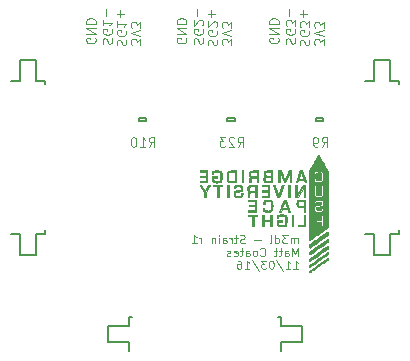
<source format=gbo>
G04 #@! TF.FileFunction,Legend,Bot*
%FSLAX46Y46*%
G04 Gerber Fmt 4.6, Leading zero omitted, Abs format (unit mm)*
G04 Created by KiCad (PCBNEW 4.0.2-4+6225~38~ubuntu14.04.1-stable) date Sun 08 May 2016 15:34:19 BST*
%MOMM*%
G01*
G04 APERTURE LIST*
%ADD10C,0.100000*%
%ADD11C,0.120000*%
%ADD12C,0.150000*%
%ADD13C,0.010000*%
%ADD14R,0.800000X0.800000*%
%ADD15O,0.800000X0.800000*%
%ADD16R,2.220000X0.740000*%
%ADD17C,1.200000*%
%ADD18R,0.740000X2.220000*%
%ADD19R,0.900000X0.750000*%
G04 APERTURE END LIST*
D10*
X107858333Y-107286667D02*
X107858333Y-106820000D01*
X107858333Y-106886667D02*
X107825000Y-106853333D01*
X107758333Y-106820000D01*
X107658333Y-106820000D01*
X107591667Y-106853333D01*
X107558333Y-106920000D01*
X107558333Y-107286667D01*
X107558333Y-106920000D02*
X107525000Y-106853333D01*
X107458333Y-106820000D01*
X107358333Y-106820000D01*
X107291667Y-106853333D01*
X107258333Y-106920000D01*
X107258333Y-107286667D01*
X106991667Y-106586667D02*
X106558334Y-106586667D01*
X106791667Y-106853333D01*
X106691667Y-106853333D01*
X106625000Y-106886667D01*
X106591667Y-106920000D01*
X106558334Y-106986667D01*
X106558334Y-107153333D01*
X106591667Y-107220000D01*
X106625000Y-107253333D01*
X106691667Y-107286667D01*
X106891667Y-107286667D01*
X106958334Y-107253333D01*
X106991667Y-107220000D01*
X105958333Y-107286667D02*
X105958333Y-106586667D01*
X105958333Y-107253333D02*
X106025000Y-107286667D01*
X106158333Y-107286667D01*
X106225000Y-107253333D01*
X106258333Y-107220000D01*
X106291667Y-107153333D01*
X106291667Y-106953333D01*
X106258333Y-106886667D01*
X106225000Y-106853333D01*
X106158333Y-106820000D01*
X106025000Y-106820000D01*
X105958333Y-106853333D01*
X105525000Y-107286667D02*
X105591667Y-107253333D01*
X105625000Y-107186667D01*
X105625000Y-106586667D01*
X104725000Y-107020000D02*
X104191667Y-107020000D01*
X103358334Y-107253333D02*
X103258334Y-107286667D01*
X103091667Y-107286667D01*
X103025000Y-107253333D01*
X102991667Y-107220000D01*
X102958334Y-107153333D01*
X102958334Y-107086667D01*
X102991667Y-107020000D01*
X103025000Y-106986667D01*
X103091667Y-106953333D01*
X103225000Y-106920000D01*
X103291667Y-106886667D01*
X103325000Y-106853333D01*
X103358334Y-106786667D01*
X103358334Y-106720000D01*
X103325000Y-106653333D01*
X103291667Y-106620000D01*
X103225000Y-106586667D01*
X103058334Y-106586667D01*
X102958334Y-106620000D01*
X102758333Y-106820000D02*
X102491667Y-106820000D01*
X102658333Y-106586667D02*
X102658333Y-107186667D01*
X102625000Y-107253333D01*
X102558333Y-107286667D01*
X102491667Y-107286667D01*
X102258333Y-107286667D02*
X102258333Y-106820000D01*
X102258333Y-106953333D02*
X102225000Y-106886667D01*
X102191667Y-106853333D01*
X102125000Y-106820000D01*
X102058333Y-106820000D01*
X101525000Y-107286667D02*
X101525000Y-106920000D01*
X101558334Y-106853333D01*
X101625000Y-106820000D01*
X101758334Y-106820000D01*
X101825000Y-106853333D01*
X101525000Y-107253333D02*
X101591667Y-107286667D01*
X101758334Y-107286667D01*
X101825000Y-107253333D01*
X101858334Y-107186667D01*
X101858334Y-107120000D01*
X101825000Y-107053333D01*
X101758334Y-107020000D01*
X101591667Y-107020000D01*
X101525000Y-106986667D01*
X101191667Y-107286667D02*
X101191667Y-106820000D01*
X101191667Y-106586667D02*
X101225001Y-106620000D01*
X101191667Y-106653333D01*
X101158334Y-106620000D01*
X101191667Y-106586667D01*
X101191667Y-106653333D01*
X100858334Y-106820000D02*
X100858334Y-107286667D01*
X100858334Y-106886667D02*
X100825001Y-106853333D01*
X100758334Y-106820000D01*
X100658334Y-106820000D01*
X100591668Y-106853333D01*
X100558334Y-106920000D01*
X100558334Y-107286667D01*
X99691668Y-107286667D02*
X99691668Y-106820000D01*
X99691668Y-106953333D02*
X99658335Y-106886667D01*
X99625002Y-106853333D01*
X99558335Y-106820000D01*
X99491668Y-106820000D01*
X98891669Y-107286667D02*
X99291669Y-107286667D01*
X99091669Y-107286667D02*
X99091669Y-106586667D01*
X99158335Y-106686667D01*
X99225002Y-106753333D01*
X99291669Y-106786667D01*
X107858333Y-108366667D02*
X107858333Y-107666667D01*
X107625000Y-108166667D01*
X107391667Y-107666667D01*
X107391667Y-108366667D01*
X106758333Y-108366667D02*
X106758333Y-108000000D01*
X106791667Y-107933333D01*
X106858333Y-107900000D01*
X106991667Y-107900000D01*
X107058333Y-107933333D01*
X106758333Y-108333333D02*
X106825000Y-108366667D01*
X106991667Y-108366667D01*
X107058333Y-108333333D01*
X107091667Y-108266667D01*
X107091667Y-108200000D01*
X107058333Y-108133333D01*
X106991667Y-108100000D01*
X106825000Y-108100000D01*
X106758333Y-108066667D01*
X106525000Y-107900000D02*
X106258334Y-107900000D01*
X106425000Y-107666667D02*
X106425000Y-108266667D01*
X106391667Y-108333333D01*
X106325000Y-108366667D01*
X106258334Y-108366667D01*
X106125000Y-107900000D02*
X105858334Y-107900000D01*
X106025000Y-107666667D02*
X106025000Y-108266667D01*
X105991667Y-108333333D01*
X105925000Y-108366667D01*
X105858334Y-108366667D01*
X104691667Y-108300000D02*
X104725001Y-108333333D01*
X104825001Y-108366667D01*
X104891667Y-108366667D01*
X104991667Y-108333333D01*
X105058334Y-108266667D01*
X105091667Y-108200000D01*
X105125001Y-108066667D01*
X105125001Y-107966667D01*
X105091667Y-107833333D01*
X105058334Y-107766667D01*
X104991667Y-107700000D01*
X104891667Y-107666667D01*
X104825001Y-107666667D01*
X104725001Y-107700000D01*
X104691667Y-107733333D01*
X104291667Y-108366667D02*
X104358334Y-108333333D01*
X104391667Y-108300000D01*
X104425001Y-108233333D01*
X104425001Y-108033333D01*
X104391667Y-107966667D01*
X104358334Y-107933333D01*
X104291667Y-107900000D01*
X104191667Y-107900000D01*
X104125001Y-107933333D01*
X104091667Y-107966667D01*
X104058334Y-108033333D01*
X104058334Y-108233333D01*
X104091667Y-108300000D01*
X104125001Y-108333333D01*
X104191667Y-108366667D01*
X104291667Y-108366667D01*
X103458334Y-108366667D02*
X103458334Y-108000000D01*
X103491668Y-107933333D01*
X103558334Y-107900000D01*
X103691668Y-107900000D01*
X103758334Y-107933333D01*
X103458334Y-108333333D02*
X103525001Y-108366667D01*
X103691668Y-108366667D01*
X103758334Y-108333333D01*
X103791668Y-108266667D01*
X103791668Y-108200000D01*
X103758334Y-108133333D01*
X103691668Y-108100000D01*
X103525001Y-108100000D01*
X103458334Y-108066667D01*
X103225001Y-107900000D02*
X102958335Y-107900000D01*
X103125001Y-107666667D02*
X103125001Y-108266667D01*
X103091668Y-108333333D01*
X103025001Y-108366667D01*
X102958335Y-108366667D01*
X102458335Y-108333333D02*
X102525001Y-108366667D01*
X102658335Y-108366667D01*
X102725001Y-108333333D01*
X102758335Y-108266667D01*
X102758335Y-108000000D01*
X102725001Y-107933333D01*
X102658335Y-107900000D01*
X102525001Y-107900000D01*
X102458335Y-107933333D01*
X102425001Y-108000000D01*
X102425001Y-108066667D01*
X102758335Y-108133333D01*
X102158335Y-108333333D02*
X102091668Y-108366667D01*
X101958335Y-108366667D01*
X101891668Y-108333333D01*
X101858335Y-108266667D01*
X101858335Y-108233333D01*
X101891668Y-108166667D01*
X101958335Y-108133333D01*
X102058335Y-108133333D01*
X102125001Y-108100000D01*
X102158335Y-108033333D01*
X102158335Y-108000000D01*
X102125001Y-107933333D01*
X102058335Y-107900000D01*
X101958335Y-107900000D01*
X101891668Y-107933333D01*
X107491667Y-109446667D02*
X107891667Y-109446667D01*
X107691667Y-109446667D02*
X107691667Y-108746667D01*
X107758333Y-108846667D01*
X107825000Y-108913333D01*
X107891667Y-108946667D01*
X106825000Y-109446667D02*
X107225000Y-109446667D01*
X107025000Y-109446667D02*
X107025000Y-108746667D01*
X107091666Y-108846667D01*
X107158333Y-108913333D01*
X107225000Y-108946667D01*
X106024999Y-108713333D02*
X106624999Y-109613333D01*
X105658333Y-108746667D02*
X105591666Y-108746667D01*
X105525000Y-108780000D01*
X105491666Y-108813333D01*
X105458333Y-108880000D01*
X105425000Y-109013333D01*
X105425000Y-109180000D01*
X105458333Y-109313333D01*
X105491666Y-109380000D01*
X105525000Y-109413333D01*
X105591666Y-109446667D01*
X105658333Y-109446667D01*
X105725000Y-109413333D01*
X105758333Y-109380000D01*
X105791666Y-109313333D01*
X105825000Y-109180000D01*
X105825000Y-109013333D01*
X105791666Y-108880000D01*
X105758333Y-108813333D01*
X105725000Y-108780000D01*
X105658333Y-108746667D01*
X105191666Y-108746667D02*
X104758333Y-108746667D01*
X104991666Y-109013333D01*
X104891666Y-109013333D01*
X104824999Y-109046667D01*
X104791666Y-109080000D01*
X104758333Y-109146667D01*
X104758333Y-109313333D01*
X104791666Y-109380000D01*
X104824999Y-109413333D01*
X104891666Y-109446667D01*
X105091666Y-109446667D01*
X105158333Y-109413333D01*
X105191666Y-109380000D01*
X103958332Y-108713333D02*
X104558332Y-109613333D01*
X103358333Y-109446667D02*
X103758333Y-109446667D01*
X103558333Y-109446667D02*
X103558333Y-108746667D01*
X103624999Y-108846667D01*
X103691666Y-108913333D01*
X103758333Y-108946667D01*
X102758332Y-108746667D02*
X102891666Y-108746667D01*
X102958332Y-108780000D01*
X102991666Y-108813333D01*
X103058332Y-108913333D01*
X103091666Y-109046667D01*
X103091666Y-109313333D01*
X103058332Y-109380000D01*
X103024999Y-109413333D01*
X102958332Y-109446667D01*
X102824999Y-109446667D01*
X102758332Y-109413333D01*
X102724999Y-109380000D01*
X102691666Y-109313333D01*
X102691666Y-109146667D01*
X102724999Y-109080000D01*
X102758332Y-109046667D01*
X102824999Y-109013333D01*
X102958332Y-109013333D01*
X103024999Y-109046667D01*
X103058332Y-109080000D01*
X103091666Y-109146667D01*
D11*
X110038095Y-90490476D02*
X110038095Y-89995238D01*
X109733333Y-90261905D01*
X109733333Y-90147619D01*
X109695238Y-90071429D01*
X109657143Y-90033333D01*
X109580952Y-89995238D01*
X109390476Y-89995238D01*
X109314286Y-90033333D01*
X109276190Y-90071429D01*
X109238095Y-90147619D01*
X109238095Y-90376191D01*
X109276190Y-90452381D01*
X109314286Y-90490476D01*
X110038095Y-89766667D02*
X109238095Y-89500000D01*
X110038095Y-89233333D01*
X110038095Y-89042857D02*
X110038095Y-88547619D01*
X109733333Y-88814286D01*
X109733333Y-88700000D01*
X109695238Y-88623810D01*
X109657143Y-88585714D01*
X109580952Y-88547619D01*
X109390476Y-88547619D01*
X109314286Y-88585714D01*
X109276190Y-88623810D01*
X109238095Y-88700000D01*
X109238095Y-88928572D01*
X109276190Y-89004762D01*
X109314286Y-89042857D01*
X108076190Y-90504762D02*
X108038095Y-90390476D01*
X108038095Y-90200000D01*
X108076190Y-90123810D01*
X108114286Y-90085714D01*
X108190476Y-90047619D01*
X108266667Y-90047619D01*
X108342857Y-90085714D01*
X108380952Y-90123810D01*
X108419048Y-90200000D01*
X108457143Y-90352381D01*
X108495238Y-90428572D01*
X108533333Y-90466667D01*
X108609524Y-90504762D01*
X108685714Y-90504762D01*
X108761905Y-90466667D01*
X108800000Y-90428572D01*
X108838095Y-90352381D01*
X108838095Y-90161905D01*
X108800000Y-90047619D01*
X108800000Y-89285714D02*
X108838095Y-89361905D01*
X108838095Y-89476190D01*
X108800000Y-89590476D01*
X108723810Y-89666667D01*
X108647619Y-89704762D01*
X108495238Y-89742857D01*
X108380952Y-89742857D01*
X108228571Y-89704762D01*
X108152381Y-89666667D01*
X108076190Y-89590476D01*
X108038095Y-89476190D01*
X108038095Y-89400000D01*
X108076190Y-89285714D01*
X108114286Y-89247619D01*
X108380952Y-89247619D01*
X108380952Y-89400000D01*
X108838095Y-88980952D02*
X108838095Y-88485714D01*
X108533333Y-88752381D01*
X108533333Y-88638095D01*
X108495238Y-88561905D01*
X108457143Y-88523809D01*
X108380952Y-88485714D01*
X108190476Y-88485714D01*
X108114286Y-88523809D01*
X108076190Y-88561905D01*
X108038095Y-88638095D01*
X108038095Y-88866667D01*
X108076190Y-88942857D01*
X108114286Y-88980952D01*
X108342857Y-88142857D02*
X108342857Y-87533333D01*
X108038095Y-87838095D02*
X108647619Y-87838095D01*
X106876190Y-90404762D02*
X106838095Y-90290476D01*
X106838095Y-90100000D01*
X106876190Y-90023810D01*
X106914286Y-89985714D01*
X106990476Y-89947619D01*
X107066667Y-89947619D01*
X107142857Y-89985714D01*
X107180952Y-90023810D01*
X107219048Y-90100000D01*
X107257143Y-90252381D01*
X107295238Y-90328572D01*
X107333333Y-90366667D01*
X107409524Y-90404762D01*
X107485714Y-90404762D01*
X107561905Y-90366667D01*
X107600000Y-90328572D01*
X107638095Y-90252381D01*
X107638095Y-90061905D01*
X107600000Y-89947619D01*
X107600000Y-89185714D02*
X107638095Y-89261905D01*
X107638095Y-89376190D01*
X107600000Y-89490476D01*
X107523810Y-89566667D01*
X107447619Y-89604762D01*
X107295238Y-89642857D01*
X107180952Y-89642857D01*
X107028571Y-89604762D01*
X106952381Y-89566667D01*
X106876190Y-89490476D01*
X106838095Y-89376190D01*
X106838095Y-89300000D01*
X106876190Y-89185714D01*
X106914286Y-89147619D01*
X107180952Y-89147619D01*
X107180952Y-89300000D01*
X107638095Y-88880952D02*
X107638095Y-88385714D01*
X107333333Y-88652381D01*
X107333333Y-88538095D01*
X107295238Y-88461905D01*
X107257143Y-88423809D01*
X107180952Y-88385714D01*
X106990476Y-88385714D01*
X106914286Y-88423809D01*
X106876190Y-88461905D01*
X106838095Y-88538095D01*
X106838095Y-88766667D01*
X106876190Y-88842857D01*
X106914286Y-88880952D01*
X107142857Y-88042857D02*
X107142857Y-87433333D01*
X106200000Y-89909523D02*
X106238095Y-89985714D01*
X106238095Y-90099999D01*
X106200000Y-90214285D01*
X106123810Y-90290476D01*
X106047619Y-90328571D01*
X105895238Y-90366666D01*
X105780952Y-90366666D01*
X105628571Y-90328571D01*
X105552381Y-90290476D01*
X105476190Y-90214285D01*
X105438095Y-90099999D01*
X105438095Y-90023809D01*
X105476190Y-89909523D01*
X105514286Y-89871428D01*
X105780952Y-89871428D01*
X105780952Y-90023809D01*
X105438095Y-89528571D02*
X106238095Y-89528571D01*
X105438095Y-89071428D01*
X106238095Y-89071428D01*
X105438095Y-88690476D02*
X106238095Y-88690476D01*
X106238095Y-88500000D01*
X106200000Y-88385714D01*
X106123810Y-88309523D01*
X106047619Y-88271428D01*
X105895238Y-88233333D01*
X105780952Y-88233333D01*
X105628571Y-88271428D01*
X105552381Y-88309523D01*
X105476190Y-88385714D01*
X105438095Y-88500000D01*
X105438095Y-88690476D01*
X98400000Y-89909523D02*
X98438095Y-89985714D01*
X98438095Y-90099999D01*
X98400000Y-90214285D01*
X98323810Y-90290476D01*
X98247619Y-90328571D01*
X98095238Y-90366666D01*
X97980952Y-90366666D01*
X97828571Y-90328571D01*
X97752381Y-90290476D01*
X97676190Y-90214285D01*
X97638095Y-90099999D01*
X97638095Y-90023809D01*
X97676190Y-89909523D01*
X97714286Y-89871428D01*
X97980952Y-89871428D01*
X97980952Y-90023809D01*
X97638095Y-89528571D02*
X98438095Y-89528571D01*
X97638095Y-89071428D01*
X98438095Y-89071428D01*
X97638095Y-88690476D02*
X98438095Y-88690476D01*
X98438095Y-88500000D01*
X98400000Y-88385714D01*
X98323810Y-88309523D01*
X98247619Y-88271428D01*
X98095238Y-88233333D01*
X97980952Y-88233333D01*
X97828571Y-88271428D01*
X97752381Y-88309523D01*
X97676190Y-88385714D01*
X97638095Y-88500000D01*
X97638095Y-88690476D01*
X102238095Y-90490476D02*
X102238095Y-89995238D01*
X101933333Y-90261905D01*
X101933333Y-90147619D01*
X101895238Y-90071429D01*
X101857143Y-90033333D01*
X101780952Y-89995238D01*
X101590476Y-89995238D01*
X101514286Y-90033333D01*
X101476190Y-90071429D01*
X101438095Y-90147619D01*
X101438095Y-90376191D01*
X101476190Y-90452381D01*
X101514286Y-90490476D01*
X102238095Y-89766667D02*
X101438095Y-89500000D01*
X102238095Y-89233333D01*
X102238095Y-89042857D02*
X102238095Y-88547619D01*
X101933333Y-88814286D01*
X101933333Y-88700000D01*
X101895238Y-88623810D01*
X101857143Y-88585714D01*
X101780952Y-88547619D01*
X101590476Y-88547619D01*
X101514286Y-88585714D01*
X101476190Y-88623810D01*
X101438095Y-88700000D01*
X101438095Y-88928572D01*
X101476190Y-89004762D01*
X101514286Y-89042857D01*
X99076190Y-90404762D02*
X99038095Y-90290476D01*
X99038095Y-90100000D01*
X99076190Y-90023810D01*
X99114286Y-89985714D01*
X99190476Y-89947619D01*
X99266667Y-89947619D01*
X99342857Y-89985714D01*
X99380952Y-90023810D01*
X99419048Y-90100000D01*
X99457143Y-90252381D01*
X99495238Y-90328572D01*
X99533333Y-90366667D01*
X99609524Y-90404762D01*
X99685714Y-90404762D01*
X99761905Y-90366667D01*
X99800000Y-90328572D01*
X99838095Y-90252381D01*
X99838095Y-90061905D01*
X99800000Y-89947619D01*
X99800000Y-89185714D02*
X99838095Y-89261905D01*
X99838095Y-89376190D01*
X99800000Y-89490476D01*
X99723810Y-89566667D01*
X99647619Y-89604762D01*
X99495238Y-89642857D01*
X99380952Y-89642857D01*
X99228571Y-89604762D01*
X99152381Y-89566667D01*
X99076190Y-89490476D01*
X99038095Y-89376190D01*
X99038095Y-89300000D01*
X99076190Y-89185714D01*
X99114286Y-89147619D01*
X99380952Y-89147619D01*
X99380952Y-89300000D01*
X99761905Y-88842857D02*
X99800000Y-88804762D01*
X99838095Y-88728571D01*
X99838095Y-88538095D01*
X99800000Y-88461905D01*
X99761905Y-88423809D01*
X99685714Y-88385714D01*
X99609524Y-88385714D01*
X99495238Y-88423809D01*
X99038095Y-88880952D01*
X99038095Y-88385714D01*
X99342857Y-88042857D02*
X99342857Y-87433333D01*
X100276190Y-90504762D02*
X100238095Y-90390476D01*
X100238095Y-90200000D01*
X100276190Y-90123810D01*
X100314286Y-90085714D01*
X100390476Y-90047619D01*
X100466667Y-90047619D01*
X100542857Y-90085714D01*
X100580952Y-90123810D01*
X100619048Y-90200000D01*
X100657143Y-90352381D01*
X100695238Y-90428572D01*
X100733333Y-90466667D01*
X100809524Y-90504762D01*
X100885714Y-90504762D01*
X100961905Y-90466667D01*
X101000000Y-90428572D01*
X101038095Y-90352381D01*
X101038095Y-90161905D01*
X101000000Y-90047619D01*
X101000000Y-89285714D02*
X101038095Y-89361905D01*
X101038095Y-89476190D01*
X101000000Y-89590476D01*
X100923810Y-89666667D01*
X100847619Y-89704762D01*
X100695238Y-89742857D01*
X100580952Y-89742857D01*
X100428571Y-89704762D01*
X100352381Y-89666667D01*
X100276190Y-89590476D01*
X100238095Y-89476190D01*
X100238095Y-89400000D01*
X100276190Y-89285714D01*
X100314286Y-89247619D01*
X100580952Y-89247619D01*
X100580952Y-89400000D01*
X100961905Y-88942857D02*
X101000000Y-88904762D01*
X101038095Y-88828571D01*
X101038095Y-88638095D01*
X101000000Y-88561905D01*
X100961905Y-88523809D01*
X100885714Y-88485714D01*
X100809524Y-88485714D01*
X100695238Y-88523809D01*
X100238095Y-88980952D01*
X100238095Y-88485714D01*
X100542857Y-88142857D02*
X100542857Y-87533333D01*
X100238095Y-87838095D02*
X100847619Y-87838095D01*
X90700000Y-89909523D02*
X90738095Y-89985714D01*
X90738095Y-90099999D01*
X90700000Y-90214285D01*
X90623810Y-90290476D01*
X90547619Y-90328571D01*
X90395238Y-90366666D01*
X90280952Y-90366666D01*
X90128571Y-90328571D01*
X90052381Y-90290476D01*
X89976190Y-90214285D01*
X89938095Y-90099999D01*
X89938095Y-90023809D01*
X89976190Y-89909523D01*
X90014286Y-89871428D01*
X90280952Y-89871428D01*
X90280952Y-90023809D01*
X89938095Y-89528571D02*
X90738095Y-89528571D01*
X89938095Y-89071428D01*
X90738095Y-89071428D01*
X89938095Y-88690476D02*
X90738095Y-88690476D01*
X90738095Y-88500000D01*
X90700000Y-88385714D01*
X90623810Y-88309523D01*
X90547619Y-88271428D01*
X90395238Y-88233333D01*
X90280952Y-88233333D01*
X90128571Y-88271428D01*
X90052381Y-88309523D01*
X89976190Y-88385714D01*
X89938095Y-88500000D01*
X89938095Y-88690476D01*
X91376190Y-90404762D02*
X91338095Y-90290476D01*
X91338095Y-90100000D01*
X91376190Y-90023810D01*
X91414286Y-89985714D01*
X91490476Y-89947619D01*
X91566667Y-89947619D01*
X91642857Y-89985714D01*
X91680952Y-90023810D01*
X91719048Y-90100000D01*
X91757143Y-90252381D01*
X91795238Y-90328572D01*
X91833333Y-90366667D01*
X91909524Y-90404762D01*
X91985714Y-90404762D01*
X92061905Y-90366667D01*
X92100000Y-90328572D01*
X92138095Y-90252381D01*
X92138095Y-90061905D01*
X92100000Y-89947619D01*
X92100000Y-89185714D02*
X92138095Y-89261905D01*
X92138095Y-89376190D01*
X92100000Y-89490476D01*
X92023810Y-89566667D01*
X91947619Y-89604762D01*
X91795238Y-89642857D01*
X91680952Y-89642857D01*
X91528571Y-89604762D01*
X91452381Y-89566667D01*
X91376190Y-89490476D01*
X91338095Y-89376190D01*
X91338095Y-89300000D01*
X91376190Y-89185714D01*
X91414286Y-89147619D01*
X91680952Y-89147619D01*
X91680952Y-89300000D01*
X91338095Y-88385714D02*
X91338095Y-88842857D01*
X91338095Y-88614286D02*
X92138095Y-88614286D01*
X92023810Y-88690476D01*
X91947619Y-88766667D01*
X91909524Y-88842857D01*
X91642857Y-88042857D02*
X91642857Y-87433333D01*
X92576190Y-90504762D02*
X92538095Y-90390476D01*
X92538095Y-90200000D01*
X92576190Y-90123810D01*
X92614286Y-90085714D01*
X92690476Y-90047619D01*
X92766667Y-90047619D01*
X92842857Y-90085714D01*
X92880952Y-90123810D01*
X92919048Y-90200000D01*
X92957143Y-90352381D01*
X92995238Y-90428572D01*
X93033333Y-90466667D01*
X93109524Y-90504762D01*
X93185714Y-90504762D01*
X93261905Y-90466667D01*
X93300000Y-90428572D01*
X93338095Y-90352381D01*
X93338095Y-90161905D01*
X93300000Y-90047619D01*
X93300000Y-89285714D02*
X93338095Y-89361905D01*
X93338095Y-89476190D01*
X93300000Y-89590476D01*
X93223810Y-89666667D01*
X93147619Y-89704762D01*
X92995238Y-89742857D01*
X92880952Y-89742857D01*
X92728571Y-89704762D01*
X92652381Y-89666667D01*
X92576190Y-89590476D01*
X92538095Y-89476190D01*
X92538095Y-89400000D01*
X92576190Y-89285714D01*
X92614286Y-89247619D01*
X92880952Y-89247619D01*
X92880952Y-89400000D01*
X92538095Y-88485714D02*
X92538095Y-88942857D01*
X92538095Y-88714286D02*
X93338095Y-88714286D01*
X93223810Y-88790476D01*
X93147619Y-88866667D01*
X93109524Y-88942857D01*
X92842857Y-88142857D02*
X92842857Y-87533333D01*
X92538095Y-87838095D02*
X93147619Y-87838095D01*
X94538095Y-90490476D02*
X94538095Y-89995238D01*
X94233333Y-90261905D01*
X94233333Y-90147619D01*
X94195238Y-90071429D01*
X94157143Y-90033333D01*
X94080952Y-89995238D01*
X93890476Y-89995238D01*
X93814286Y-90033333D01*
X93776190Y-90071429D01*
X93738095Y-90147619D01*
X93738095Y-90376191D01*
X93776190Y-90452381D01*
X93814286Y-90490476D01*
X94538095Y-89766667D02*
X93738095Y-89500000D01*
X94538095Y-89233333D01*
X94538095Y-89042857D02*
X94538095Y-88547619D01*
X94233333Y-88814286D01*
X94233333Y-88700000D01*
X94195238Y-88623810D01*
X94157143Y-88585714D01*
X94080952Y-88547619D01*
X93890476Y-88547619D01*
X93814286Y-88585714D01*
X93776190Y-88623810D01*
X93738095Y-88700000D01*
X93738095Y-88928572D01*
X93776190Y-89004762D01*
X93814286Y-89042857D01*
X109883333Y-99111905D02*
X110150000Y-98730952D01*
X110340476Y-99111905D02*
X110340476Y-98311905D01*
X110035714Y-98311905D01*
X109959523Y-98350000D01*
X109921428Y-98388095D01*
X109883333Y-98464286D01*
X109883333Y-98578571D01*
X109921428Y-98654762D01*
X109959523Y-98692857D01*
X110035714Y-98730952D01*
X110340476Y-98730952D01*
X109502381Y-99111905D02*
X109350000Y-99111905D01*
X109273809Y-99073810D01*
X109235714Y-99035714D01*
X109159523Y-98921429D01*
X109121428Y-98769048D01*
X109121428Y-98464286D01*
X109159523Y-98388095D01*
X109197619Y-98350000D01*
X109273809Y-98311905D01*
X109426190Y-98311905D01*
X109502381Y-98350000D01*
X109540476Y-98388095D01*
X109578571Y-98464286D01*
X109578571Y-98654762D01*
X109540476Y-98730952D01*
X109502381Y-98769048D01*
X109426190Y-98807143D01*
X109273809Y-98807143D01*
X109197619Y-98769048D01*
X109159523Y-98730952D01*
X109121428Y-98654762D01*
X102764286Y-99111905D02*
X103030953Y-98730952D01*
X103221429Y-99111905D02*
X103221429Y-98311905D01*
X102916667Y-98311905D01*
X102840476Y-98350000D01*
X102802381Y-98388095D01*
X102764286Y-98464286D01*
X102764286Y-98578571D01*
X102802381Y-98654762D01*
X102840476Y-98692857D01*
X102916667Y-98730952D01*
X103221429Y-98730952D01*
X102459524Y-98388095D02*
X102421429Y-98350000D01*
X102345238Y-98311905D01*
X102154762Y-98311905D01*
X102078572Y-98350000D01*
X102040476Y-98388095D01*
X102002381Y-98464286D01*
X102002381Y-98540476D01*
X102040476Y-98654762D01*
X102497619Y-99111905D01*
X102002381Y-99111905D01*
X101735714Y-98311905D02*
X101240476Y-98311905D01*
X101507143Y-98616667D01*
X101392857Y-98616667D01*
X101316667Y-98654762D01*
X101278571Y-98692857D01*
X101240476Y-98769048D01*
X101240476Y-98959524D01*
X101278571Y-99035714D01*
X101316667Y-99073810D01*
X101392857Y-99111905D01*
X101621429Y-99111905D01*
X101697619Y-99073810D01*
X101735714Y-99035714D01*
X95264286Y-99111905D02*
X95530953Y-98730952D01*
X95721429Y-99111905D02*
X95721429Y-98311905D01*
X95416667Y-98311905D01*
X95340476Y-98350000D01*
X95302381Y-98388095D01*
X95264286Y-98464286D01*
X95264286Y-98578571D01*
X95302381Y-98654762D01*
X95340476Y-98692857D01*
X95416667Y-98730952D01*
X95721429Y-98730952D01*
X94502381Y-99111905D02*
X94959524Y-99111905D01*
X94730953Y-99111905D02*
X94730953Y-98311905D01*
X94807143Y-98426190D01*
X94883334Y-98502381D01*
X94959524Y-98540476D01*
X94007143Y-98311905D02*
X93930952Y-98311905D01*
X93854762Y-98350000D01*
X93816667Y-98388095D01*
X93778571Y-98464286D01*
X93740476Y-98616667D01*
X93740476Y-98807143D01*
X93778571Y-98959524D01*
X93816667Y-99035714D01*
X93854762Y-99073810D01*
X93930952Y-99111905D01*
X94007143Y-99111905D01*
X94083333Y-99073810D01*
X94121429Y-99035714D01*
X94159524Y-98959524D01*
X94197619Y-98807143D01*
X94197619Y-98616667D01*
X94159524Y-98464286D01*
X94121429Y-98388095D01*
X94083333Y-98350000D01*
X94007143Y-98311905D01*
D12*
X83550000Y-106465000D02*
X84315000Y-106465000D01*
X84315000Y-106465000D02*
X84315000Y-108245000D01*
X84315000Y-108245000D02*
X85685000Y-108245000D01*
X85685000Y-108245000D02*
X85685000Y-106465000D01*
X85685000Y-106465000D02*
X86450000Y-106465000D01*
X86450000Y-106465000D02*
X86450000Y-106165000D01*
X86450000Y-93835000D02*
X86450000Y-93535000D01*
X86450000Y-93535000D02*
X85685000Y-93535000D01*
X85685000Y-93535000D02*
X85685000Y-91755000D01*
X85685000Y-91755000D02*
X84315000Y-91755000D01*
X84315000Y-91755000D02*
X84315000Y-93535000D01*
X84315000Y-93535000D02*
X83550000Y-93535000D01*
X113550000Y-106465000D02*
X114315000Y-106465000D01*
X114315000Y-106465000D02*
X114315000Y-108245000D01*
X114315000Y-108245000D02*
X115685000Y-108245000D01*
X115685000Y-108245000D02*
X115685000Y-106465000D01*
X115685000Y-106465000D02*
X116450000Y-106465000D01*
X116450000Y-106465000D02*
X116450000Y-106165000D01*
X116450000Y-93835000D02*
X116450000Y-93535000D01*
X116450000Y-93535000D02*
X115685000Y-93535000D01*
X115685000Y-93535000D02*
X115685000Y-91755000D01*
X115685000Y-91755000D02*
X114315000Y-91755000D01*
X114315000Y-91755000D02*
X114315000Y-93535000D01*
X114315000Y-93535000D02*
X113550000Y-93535000D01*
X106465000Y-116450000D02*
X106465000Y-115685000D01*
X106465000Y-115685000D02*
X108245000Y-115685000D01*
X108245000Y-115685000D02*
X108245000Y-114315000D01*
X108245000Y-114315000D02*
X106465000Y-114315000D01*
X106465000Y-114315000D02*
X106465000Y-113550000D01*
X106465000Y-113550000D02*
X106165000Y-113550000D01*
X93835000Y-113550000D02*
X93535000Y-113550000D01*
X93535000Y-113550000D02*
X93535000Y-114315000D01*
X93535000Y-114315000D02*
X91755000Y-114315000D01*
X91755000Y-114315000D02*
X91755000Y-115685000D01*
X91755000Y-115685000D02*
X93535000Y-115685000D01*
X93535000Y-115685000D02*
X93535000Y-116450000D01*
X101875000Y-96675000D02*
X101875000Y-96925000D01*
X101875000Y-96925000D02*
X102525000Y-96925000D01*
X102525000Y-96925000D02*
X102525000Y-96675000D01*
X102525000Y-96675000D02*
X101875000Y-96675000D01*
X94375000Y-96675000D02*
X94375000Y-96925000D01*
X94375000Y-96925000D02*
X95025000Y-96925000D01*
X95025000Y-96925000D02*
X95025000Y-96675000D01*
X95025000Y-96675000D02*
X94375000Y-96675000D01*
X109375000Y-96675000D02*
X109375000Y-96925000D01*
X109375000Y-96925000D02*
X110025000Y-96925000D01*
X110025000Y-96925000D02*
X110025000Y-96675000D01*
X110025000Y-96675000D02*
X109375000Y-96675000D01*
D13*
G36*
X110352031Y-108566705D02*
X110317847Y-108587074D01*
X110267055Y-108619287D01*
X110201712Y-108661923D01*
X110123876Y-108713562D01*
X110035606Y-108772784D01*
X109938961Y-108838167D01*
X109835997Y-108908292D01*
X109728774Y-108981739D01*
X109619350Y-109057086D01*
X109509782Y-109132914D01*
X109402130Y-109207802D01*
X109298451Y-109280329D01*
X109200803Y-109349077D01*
X109111245Y-109412623D01*
X109031834Y-109469548D01*
X108964630Y-109518431D01*
X108911690Y-109557852D01*
X108875072Y-109586391D01*
X108858025Y-109601333D01*
X108827032Y-109638505D01*
X108812822Y-109671069D01*
X108810400Y-109695758D01*
X108812552Y-109720237D01*
X108820332Y-109735526D01*
X108835724Y-109740802D01*
X108860715Y-109735246D01*
X108897289Y-109718036D01*
X108947433Y-109688350D01*
X109013131Y-109645369D01*
X109096370Y-109588270D01*
X109134250Y-109561833D01*
X109202023Y-109514460D01*
X109286702Y-109455392D01*
X109384315Y-109387396D01*
X109490885Y-109313237D01*
X109602438Y-109235681D01*
X109714999Y-109157494D01*
X109824594Y-109081441D01*
X109848615Y-109064782D01*
X109946495Y-108996692D01*
X110039297Y-108931710D01*
X110124630Y-108871540D01*
X110200103Y-108817889D01*
X110263323Y-108772462D01*
X110311899Y-108736963D01*
X110343441Y-108713097D01*
X110353440Y-108704848D01*
X110382321Y-108674095D01*
X110395248Y-108644941D01*
X110397900Y-108611862D01*
X110396214Y-108578474D01*
X110388441Y-108563398D01*
X110370511Y-108559625D01*
X110367548Y-108559600D01*
X110352031Y-108566705D01*
X110352031Y-108566705D01*
G37*
X110352031Y-108566705D02*
X110317847Y-108587074D01*
X110267055Y-108619287D01*
X110201712Y-108661923D01*
X110123876Y-108713562D01*
X110035606Y-108772784D01*
X109938961Y-108838167D01*
X109835997Y-108908292D01*
X109728774Y-108981739D01*
X109619350Y-109057086D01*
X109509782Y-109132914D01*
X109402130Y-109207802D01*
X109298451Y-109280329D01*
X109200803Y-109349077D01*
X109111245Y-109412623D01*
X109031834Y-109469548D01*
X108964630Y-109518431D01*
X108911690Y-109557852D01*
X108875072Y-109586391D01*
X108858025Y-109601333D01*
X108827032Y-109638505D01*
X108812822Y-109671069D01*
X108810400Y-109695758D01*
X108812552Y-109720237D01*
X108820332Y-109735526D01*
X108835724Y-109740802D01*
X108860715Y-109735246D01*
X108897289Y-109718036D01*
X108947433Y-109688350D01*
X109013131Y-109645369D01*
X109096370Y-109588270D01*
X109134250Y-109561833D01*
X109202023Y-109514460D01*
X109286702Y-109455392D01*
X109384315Y-109387396D01*
X109490885Y-109313237D01*
X109602438Y-109235681D01*
X109714999Y-109157494D01*
X109824594Y-109081441D01*
X109848615Y-109064782D01*
X109946495Y-108996692D01*
X110039297Y-108931710D01*
X110124630Y-108871540D01*
X110200103Y-108817889D01*
X110263323Y-108772462D01*
X110311899Y-108736963D01*
X110343441Y-108713097D01*
X110353440Y-108704848D01*
X110382321Y-108674095D01*
X110395248Y-108644941D01*
X110397900Y-108611862D01*
X110396214Y-108578474D01*
X110388441Y-108563398D01*
X110370511Y-108559625D01*
X110367548Y-108559600D01*
X110352031Y-108566705D01*
G36*
X110358904Y-108071445D02*
X110324992Y-108091940D01*
X110274472Y-108124369D01*
X110209373Y-108167317D01*
X110131727Y-108219369D01*
X110043563Y-108279112D01*
X109946911Y-108345130D01*
X109843802Y-108416009D01*
X109736266Y-108490333D01*
X109626333Y-108566689D01*
X109516033Y-108643661D01*
X109407397Y-108719835D01*
X109302455Y-108793796D01*
X109203236Y-108864130D01*
X109111772Y-108929422D01*
X109030092Y-108988256D01*
X108960226Y-109039219D01*
X108904206Y-109080896D01*
X108864060Y-109111872D01*
X108841820Y-109130732D01*
X108838534Y-109134359D01*
X108819308Y-109173320D01*
X108811557Y-109214433D01*
X108815060Y-109250672D01*
X108829597Y-109275008D01*
X108843141Y-109280922D01*
X108862474Y-109274603D01*
X108901717Y-109253134D01*
X108960549Y-109216718D01*
X109038646Y-109165559D01*
X109135687Y-109099861D01*
X109205091Y-109052009D01*
X109387389Y-108925572D01*
X109549898Y-108812798D01*
X109693725Y-108712909D01*
X109819978Y-108625128D01*
X109929763Y-108548677D01*
X110024189Y-108482781D01*
X110104363Y-108426661D01*
X110171391Y-108379540D01*
X110226382Y-108340642D01*
X110270442Y-108309188D01*
X110304679Y-108284403D01*
X110330201Y-108265509D01*
X110348114Y-108251728D01*
X110359526Y-108242283D01*
X110361848Y-108240179D01*
X110383255Y-108216595D01*
X110394069Y-108191240D01*
X110397697Y-108154209D01*
X110397900Y-108135404D01*
X110396732Y-108094375D01*
X110391924Y-108072842D01*
X110381526Y-108064955D01*
X110374177Y-108064300D01*
X110358904Y-108071445D01*
X110358904Y-108071445D01*
G37*
X110358904Y-108071445D02*
X110324992Y-108091940D01*
X110274472Y-108124369D01*
X110209373Y-108167317D01*
X110131727Y-108219369D01*
X110043563Y-108279112D01*
X109946911Y-108345130D01*
X109843802Y-108416009D01*
X109736266Y-108490333D01*
X109626333Y-108566689D01*
X109516033Y-108643661D01*
X109407397Y-108719835D01*
X109302455Y-108793796D01*
X109203236Y-108864130D01*
X109111772Y-108929422D01*
X109030092Y-108988256D01*
X108960226Y-109039219D01*
X108904206Y-109080896D01*
X108864060Y-109111872D01*
X108841820Y-109130732D01*
X108838534Y-109134359D01*
X108819308Y-109173320D01*
X108811557Y-109214433D01*
X108815060Y-109250672D01*
X108829597Y-109275008D01*
X108843141Y-109280922D01*
X108862474Y-109274603D01*
X108901717Y-109253134D01*
X108960549Y-109216718D01*
X109038646Y-109165559D01*
X109135687Y-109099861D01*
X109205091Y-109052009D01*
X109387389Y-108925572D01*
X109549898Y-108812798D01*
X109693725Y-108712909D01*
X109819978Y-108625128D01*
X109929763Y-108548677D01*
X110024189Y-108482781D01*
X110104363Y-108426661D01*
X110171391Y-108379540D01*
X110226382Y-108340642D01*
X110270442Y-108309188D01*
X110304679Y-108284403D01*
X110330201Y-108265509D01*
X110348114Y-108251728D01*
X110359526Y-108242283D01*
X110361848Y-108240179D01*
X110383255Y-108216595D01*
X110394069Y-108191240D01*
X110397697Y-108154209D01*
X110397900Y-108135404D01*
X110396732Y-108094375D01*
X110391924Y-108072842D01*
X110381526Y-108064955D01*
X110374177Y-108064300D01*
X110358904Y-108071445D01*
G36*
X110325497Y-107537530D02*
X110298454Y-107552089D01*
X110282416Y-107563377D01*
X110247324Y-107587879D01*
X110194994Y-107624334D01*
X110127240Y-107671478D01*
X110045879Y-107728050D01*
X109952727Y-107792788D01*
X109849599Y-107864427D01*
X109738312Y-107941708D01*
X109620681Y-108023365D01*
X109563297Y-108063191D01*
X109424173Y-108159809D01*
X109304454Y-108243152D01*
X109202624Y-108314348D01*
X109117168Y-108374524D01*
X109046568Y-108424809D01*
X108989310Y-108466331D01*
X108943876Y-108500218D01*
X108908751Y-108527598D01*
X108882419Y-108549598D01*
X108863363Y-108567347D01*
X108850067Y-108581973D01*
X108841016Y-108594604D01*
X108835493Y-108604686D01*
X108814406Y-108671958D01*
X108812846Y-108720692D01*
X108816697Y-108757982D01*
X108824591Y-108776867D01*
X108840386Y-108784343D01*
X108848645Y-108785576D01*
X108860022Y-108782989D01*
X108880925Y-108773072D01*
X108912535Y-108755044D01*
X108956033Y-108728125D01*
X109012602Y-108691534D01*
X109083424Y-108644490D01*
X109169681Y-108586213D01*
X109272555Y-108515923D01*
X109393228Y-108432839D01*
X109532882Y-108336181D01*
X109603604Y-108287096D01*
X109725573Y-108202249D01*
X109842096Y-108120933D01*
X109951380Y-108044415D01*
X110051632Y-107973962D01*
X110141059Y-107910842D01*
X110217868Y-107856323D01*
X110280267Y-107811671D01*
X110326463Y-107778155D01*
X110354662Y-107757041D01*
X110362285Y-107750769D01*
X110381568Y-107729716D01*
X110392302Y-107707750D01*
X110396932Y-107676612D01*
X110397900Y-107630365D01*
X110397287Y-107584486D01*
X110394018Y-107557818D01*
X110385949Y-107544181D01*
X110370936Y-107537391D01*
X110365129Y-107535858D01*
X110325497Y-107537530D01*
X110325497Y-107537530D01*
G37*
X110325497Y-107537530D02*
X110298454Y-107552089D01*
X110282416Y-107563377D01*
X110247324Y-107587879D01*
X110194994Y-107624334D01*
X110127240Y-107671478D01*
X110045879Y-107728050D01*
X109952727Y-107792788D01*
X109849599Y-107864427D01*
X109738312Y-107941708D01*
X109620681Y-108023365D01*
X109563297Y-108063191D01*
X109424173Y-108159809D01*
X109304454Y-108243152D01*
X109202624Y-108314348D01*
X109117168Y-108374524D01*
X109046568Y-108424809D01*
X108989310Y-108466331D01*
X108943876Y-108500218D01*
X108908751Y-108527598D01*
X108882419Y-108549598D01*
X108863363Y-108567347D01*
X108850067Y-108581973D01*
X108841016Y-108594604D01*
X108835493Y-108604686D01*
X108814406Y-108671958D01*
X108812846Y-108720692D01*
X108816697Y-108757982D01*
X108824591Y-108776867D01*
X108840386Y-108784343D01*
X108848645Y-108785576D01*
X108860022Y-108782989D01*
X108880925Y-108773072D01*
X108912535Y-108755044D01*
X108956033Y-108728125D01*
X109012602Y-108691534D01*
X109083424Y-108644490D01*
X109169681Y-108586213D01*
X109272555Y-108515923D01*
X109393228Y-108432839D01*
X109532882Y-108336181D01*
X109603604Y-108287096D01*
X109725573Y-108202249D01*
X109842096Y-108120933D01*
X109951380Y-108044415D01*
X110051632Y-107973962D01*
X110141059Y-107910842D01*
X110217868Y-107856323D01*
X110280267Y-107811671D01*
X110326463Y-107778155D01*
X110354662Y-107757041D01*
X110362285Y-107750769D01*
X110381568Y-107729716D01*
X110392302Y-107707750D01*
X110396932Y-107676612D01*
X110397900Y-107630365D01*
X110397287Y-107584486D01*
X110394018Y-107557818D01*
X110385949Y-107544181D01*
X110370936Y-107537391D01*
X110365129Y-107535858D01*
X110325497Y-107537530D01*
G36*
X110326293Y-106945190D02*
X110310709Y-106954740D01*
X110276065Y-106977605D01*
X110224134Y-107012568D01*
X110156689Y-107058417D01*
X110075504Y-107113935D01*
X109982354Y-107177909D01*
X109879010Y-107249123D01*
X109767248Y-107326362D01*
X109648841Y-107408413D01*
X109571200Y-107462327D01*
X109410287Y-107574446D01*
X109270038Y-107672787D01*
X109149999Y-107757682D01*
X109049712Y-107829461D01*
X108968723Y-107888457D01*
X108906576Y-107935001D01*
X108862813Y-107969423D01*
X108836980Y-107992055D01*
X108829198Y-108001287D01*
X108818793Y-108034229D01*
X108812571Y-108079390D01*
X108810670Y-108128497D01*
X108813229Y-108173278D01*
X108820385Y-108205464D01*
X108825640Y-108214160D01*
X108850780Y-108227812D01*
X108861503Y-108229400D01*
X108875152Y-108222324D01*
X108907889Y-108201878D01*
X108957977Y-108169235D01*
X109023678Y-108125565D01*
X109103256Y-108072042D01*
X109194973Y-108009836D01*
X109297092Y-107940121D01*
X109407875Y-107864067D01*
X109525586Y-107782847D01*
X109605088Y-107727770D01*
X109727086Y-107642921D01*
X109843614Y-107561489D01*
X109952879Y-107484751D01*
X110053088Y-107413985D01*
X110142446Y-107350469D01*
X110219159Y-107295481D01*
X110281436Y-107250299D01*
X110327481Y-107216199D01*
X110355502Y-107194462D01*
X110362975Y-107187820D01*
X110380625Y-107166231D01*
X110391078Y-107144489D01*
X110396189Y-107115154D01*
X110397812Y-107070787D01*
X110397900Y-107047701D01*
X110395963Y-106988988D01*
X110388839Y-106952653D01*
X110374560Y-106935880D01*
X110351159Y-106935851D01*
X110326293Y-106945190D01*
X110326293Y-106945190D01*
G37*
X110326293Y-106945190D02*
X110310709Y-106954740D01*
X110276065Y-106977605D01*
X110224134Y-107012568D01*
X110156689Y-107058417D01*
X110075504Y-107113935D01*
X109982354Y-107177909D01*
X109879010Y-107249123D01*
X109767248Y-107326362D01*
X109648841Y-107408413D01*
X109571200Y-107462327D01*
X109410287Y-107574446D01*
X109270038Y-107672787D01*
X109149999Y-107757682D01*
X109049712Y-107829461D01*
X108968723Y-107888457D01*
X108906576Y-107935001D01*
X108862813Y-107969423D01*
X108836980Y-107992055D01*
X108829198Y-108001287D01*
X108818793Y-108034229D01*
X108812571Y-108079390D01*
X108810670Y-108128497D01*
X108813229Y-108173278D01*
X108820385Y-108205464D01*
X108825640Y-108214160D01*
X108850780Y-108227812D01*
X108861503Y-108229400D01*
X108875152Y-108222324D01*
X108907889Y-108201878D01*
X108957977Y-108169235D01*
X109023678Y-108125565D01*
X109103256Y-108072042D01*
X109194973Y-108009836D01*
X109297092Y-107940121D01*
X109407875Y-107864067D01*
X109525586Y-107782847D01*
X109605088Y-107727770D01*
X109727086Y-107642921D01*
X109843614Y-107561489D01*
X109952879Y-107484751D01*
X110053088Y-107413985D01*
X110142446Y-107350469D01*
X110219159Y-107295481D01*
X110281436Y-107250299D01*
X110327481Y-107216199D01*
X110355502Y-107194462D01*
X110362975Y-107187820D01*
X110380625Y-107166231D01*
X110391078Y-107144489D01*
X110396189Y-107115154D01*
X110397812Y-107070787D01*
X110397900Y-107047701D01*
X110395963Y-106988988D01*
X110388839Y-106952653D01*
X110374560Y-106935880D01*
X110351159Y-106935851D01*
X110326293Y-106945190D01*
G36*
X110334400Y-106309033D02*
X110318145Y-106318321D01*
X110283275Y-106340880D01*
X110231870Y-106375252D01*
X110166008Y-106419979D01*
X110087769Y-106473604D01*
X109999231Y-106534670D01*
X109902476Y-106601719D01*
X109799580Y-106673294D01*
X109692625Y-106747936D01*
X109583689Y-106824189D01*
X109474850Y-106900595D01*
X109368189Y-106975696D01*
X109265785Y-107048036D01*
X109169717Y-107116155D01*
X109082064Y-107178598D01*
X109004906Y-107233907D01*
X108940321Y-107280623D01*
X108890389Y-107317290D01*
X108857189Y-107342449D01*
X108842855Y-107354579D01*
X108827479Y-107374982D01*
X108817895Y-107396064D01*
X108812756Y-107424381D01*
X108810713Y-107466489D01*
X108810400Y-107512377D01*
X108811024Y-107569410D01*
X108813515Y-107606264D01*
X108818809Y-107628142D01*
X108827839Y-107640247D01*
X108834070Y-107644273D01*
X108854027Y-107648630D01*
X108880633Y-107640255D01*
X108917185Y-107619242D01*
X108944704Y-107601129D01*
X108991861Y-107569286D01*
X109057474Y-107524528D01*
X109140359Y-107467671D01*
X109239335Y-107399530D01*
X109353217Y-107320922D01*
X109480822Y-107232663D01*
X109620968Y-107135568D01*
X109772472Y-107030455D01*
X109934151Y-106918138D01*
X109997850Y-106873850D01*
X110079505Y-106816508D01*
X110156155Y-106761628D01*
X110224787Y-106711448D01*
X110282389Y-106668206D01*
X110325948Y-106634143D01*
X110352450Y-106611496D01*
X110356625Y-106607261D01*
X110375990Y-106584655D01*
X110388096Y-106564609D01*
X110394648Y-106540361D01*
X110397347Y-106505148D01*
X110397898Y-106452207D01*
X110397900Y-106443380D01*
X110397201Y-106386237D01*
X110394521Y-106349394D01*
X110388990Y-106327776D01*
X110379736Y-106316307D01*
X110375676Y-106313862D01*
X110347676Y-106307280D01*
X110334400Y-106309033D01*
X110334400Y-106309033D01*
G37*
X110334400Y-106309033D02*
X110318145Y-106318321D01*
X110283275Y-106340880D01*
X110231870Y-106375252D01*
X110166008Y-106419979D01*
X110087769Y-106473604D01*
X109999231Y-106534670D01*
X109902476Y-106601719D01*
X109799580Y-106673294D01*
X109692625Y-106747936D01*
X109583689Y-106824189D01*
X109474850Y-106900595D01*
X109368189Y-106975696D01*
X109265785Y-107048036D01*
X109169717Y-107116155D01*
X109082064Y-107178598D01*
X109004906Y-107233907D01*
X108940321Y-107280623D01*
X108890389Y-107317290D01*
X108857189Y-107342449D01*
X108842855Y-107354579D01*
X108827479Y-107374982D01*
X108817895Y-107396064D01*
X108812756Y-107424381D01*
X108810713Y-107466489D01*
X108810400Y-107512377D01*
X108811024Y-107569410D01*
X108813515Y-107606264D01*
X108818809Y-107628142D01*
X108827839Y-107640247D01*
X108834070Y-107644273D01*
X108854027Y-107648630D01*
X108880633Y-107640255D01*
X108917185Y-107619242D01*
X108944704Y-107601129D01*
X108991861Y-107569286D01*
X109057474Y-107524528D01*
X109140359Y-107467671D01*
X109239335Y-107399530D01*
X109353217Y-107320922D01*
X109480822Y-107232663D01*
X109620968Y-107135568D01*
X109772472Y-107030455D01*
X109934151Y-106918138D01*
X109997850Y-106873850D01*
X110079505Y-106816508D01*
X110156155Y-106761628D01*
X110224787Y-106711448D01*
X110282389Y-106668206D01*
X110325948Y-106634143D01*
X110352450Y-106611496D01*
X110356625Y-106607261D01*
X110375990Y-106584655D01*
X110388096Y-106564609D01*
X110394648Y-106540361D01*
X110397347Y-106505148D01*
X110397898Y-106452207D01*
X110397900Y-106443380D01*
X110397201Y-106386237D01*
X110394521Y-106349394D01*
X110388990Y-106327776D01*
X110379736Y-106316307D01*
X110375676Y-106313862D01*
X110347676Y-106307280D01*
X110334400Y-106309033D01*
G36*
X109589285Y-99816462D02*
X109578277Y-99830374D01*
X109556321Y-99864108D01*
X109524781Y-99915270D01*
X109485024Y-99981467D01*
X109438415Y-100060304D01*
X109386320Y-100149388D01*
X109330103Y-100246324D01*
X109271130Y-100348721D01*
X109210768Y-100454182D01*
X109150380Y-100560316D01*
X109091333Y-100664727D01*
X109034993Y-100765023D01*
X108982723Y-100858810D01*
X108935891Y-100943693D01*
X108895862Y-101017279D01*
X108864000Y-101077175D01*
X108841672Y-101120986D01*
X108830242Y-101146319D01*
X108829582Y-101148280D01*
X108827434Y-101157476D01*
X108825450Y-101171135D01*
X108823623Y-101190223D01*
X108821946Y-101215705D01*
X108820415Y-101248548D01*
X108819022Y-101289717D01*
X108817761Y-101340180D01*
X108816625Y-101400901D01*
X108815609Y-101472846D01*
X108814707Y-101556983D01*
X108813911Y-101654276D01*
X108813215Y-101765693D01*
X108812614Y-101892198D01*
X108812101Y-102034759D01*
X108811670Y-102194340D01*
X108811314Y-102371909D01*
X108811027Y-102568430D01*
X108810803Y-102784871D01*
X108810635Y-103022197D01*
X108810517Y-103281374D01*
X108810443Y-103563369D01*
X108810407Y-103869147D01*
X108810400Y-104088965D01*
X108810429Y-104423400D01*
X108810519Y-104733208D01*
X108810673Y-105019164D01*
X108810896Y-105282041D01*
X108811192Y-105522611D01*
X108811565Y-105741649D01*
X108812019Y-105939929D01*
X108812558Y-106118223D01*
X108813186Y-106277305D01*
X108813907Y-106417949D01*
X108814725Y-106540929D01*
X108815645Y-106647017D01*
X108816670Y-106736987D01*
X108817805Y-106811613D01*
X108819054Y-106871669D01*
X108820420Y-106917928D01*
X108821907Y-106951162D01*
X108823521Y-106972147D01*
X108825265Y-106981655D01*
X108825640Y-106982259D01*
X108850445Y-106994771D01*
X108866915Y-106996839D01*
X108881435Y-106989625D01*
X108915010Y-106968988D01*
X108965909Y-106936093D01*
X109032396Y-106892110D01*
X109112739Y-106838205D01*
X109205204Y-106775547D01*
X109308058Y-106705304D01*
X109419565Y-106628643D01*
X109537994Y-106546733D01*
X109628326Y-106483943D01*
X109750737Y-106398419D01*
X109867238Y-106316528D01*
X109976112Y-106239508D01*
X110075639Y-106168598D01*
X110164103Y-106105037D01*
X110239784Y-106050064D01*
X110300965Y-106004917D01*
X110345928Y-105970836D01*
X110372954Y-105949059D01*
X110380351Y-105941678D01*
X110382438Y-105933995D01*
X110384354Y-105918144D01*
X110386106Y-105893151D01*
X110387700Y-105858043D01*
X110389144Y-105811846D01*
X110390445Y-105753588D01*
X110391609Y-105682294D01*
X110392644Y-105596992D01*
X110393556Y-105496708D01*
X110394352Y-105380468D01*
X110395040Y-105247300D01*
X110395626Y-105096229D01*
X110396118Y-104926284D01*
X110396277Y-104851200D01*
X110016900Y-104851200D01*
X110016900Y-105854500D01*
X109826400Y-105854500D01*
X109826400Y-105448615D01*
X109562875Y-105445182D01*
X109299350Y-105441750D01*
X109291788Y-105283000D01*
X109826400Y-105283000D01*
X109826400Y-105016300D01*
X109216800Y-105016300D01*
X109216800Y-104851200D01*
X110016900Y-104851200D01*
X110396277Y-104851200D01*
X110396521Y-104736489D01*
X110396844Y-104525872D01*
X110397093Y-104293460D01*
X110397093Y-104292400D01*
X110020313Y-104292400D01*
X110014026Y-104380272D01*
X110002130Y-104458569D01*
X109977334Y-104517691D01*
X109936922Y-104560363D01*
X109878175Y-104589308D01*
X109798374Y-104607253D01*
X109785876Y-104608977D01*
X109687131Y-104618634D01*
X109595313Y-104619893D01*
X109496338Y-104612821D01*
X109474728Y-104610445D01*
X109390592Y-104596863D01*
X109326808Y-104575923D01*
X109280822Y-104544506D01*
X109250080Y-104499492D01*
X109232027Y-104437762D01*
X109224110Y-104356197D01*
X109223150Y-104303169D01*
X109223784Y-104240142D01*
X109226278Y-104196681D01*
X109231519Y-104166970D01*
X109240395Y-104145194D01*
X109249370Y-104131388D01*
X109280664Y-104098665D01*
X109322818Y-104073962D01*
X109380027Y-104055686D01*
X109456488Y-104042246D01*
X109496844Y-104037503D01*
X109592620Y-104027190D01*
X109666153Y-104018415D01*
X109720505Y-104010465D01*
X109758732Y-104002622D01*
X109783894Y-103994172D01*
X109799049Y-103984400D01*
X109807256Y-103972589D01*
X109810119Y-103964219D01*
X109818938Y-103906404D01*
X109815731Y-103851759D01*
X109801429Y-103808434D01*
X109790640Y-103793794D01*
X109772892Y-103780138D01*
X109748522Y-103771176D01*
X109711419Y-103765496D01*
X109655474Y-103761690D01*
X109650508Y-103761449D01*
X109568188Y-103761161D01*
X109504628Y-103768733D01*
X109461711Y-103783751D01*
X109441323Y-103805801D01*
X109440838Y-103807409D01*
X109433702Y-103836038D01*
X109427289Y-103863775D01*
X109421947Y-103882055D01*
X109412091Y-103892498D01*
X109391671Y-103897295D01*
X109354634Y-103898638D01*
X109330859Y-103898700D01*
X109242200Y-103898700D01*
X109242479Y-103838375D01*
X109248398Y-103787199D01*
X109262756Y-103735094D01*
X109267504Y-103723527D01*
X109290983Y-103684770D01*
X109323827Y-103655579D01*
X109369539Y-103634605D01*
X109431621Y-103620495D01*
X109513577Y-103611901D01*
X109564069Y-103609210D01*
X109681951Y-103608497D01*
X109782654Y-103616502D01*
X109863954Y-103632904D01*
X109923628Y-103657384D01*
X109930949Y-103661981D01*
X109968135Y-103700982D01*
X109995414Y-103758684D01*
X110011736Y-103829982D01*
X110016050Y-103909773D01*
X110007305Y-103992950D01*
X110003155Y-104012812D01*
X109989144Y-104057472D01*
X109968007Y-104092910D01*
X109936696Y-104120597D01*
X109892160Y-104142001D01*
X109831351Y-104158591D01*
X109751218Y-104171838D01*
X109649697Y-104183117D01*
X109565805Y-104191594D01*
X109503897Y-104199987D01*
X109460637Y-104210231D01*
X109432691Y-104224260D01*
X109416721Y-104244008D01*
X109409393Y-104271410D01*
X109407372Y-104308401D01*
X109407300Y-104323690D01*
X109410175Y-104372895D01*
X109417822Y-104410945D01*
X109424362Y-104425178D01*
X109450318Y-104442594D01*
X109496408Y-104455452D01*
X109557663Y-104463057D01*
X109629112Y-104464713D01*
X109685452Y-104461714D01*
X109751732Y-104451946D01*
X109795700Y-104435104D01*
X109819813Y-104409730D01*
X109826574Y-104378125D01*
X109828868Y-104335874D01*
X109838494Y-104310339D01*
X109860517Y-104297370D01*
X109899998Y-104292818D01*
X109931188Y-104292400D01*
X110020313Y-104292400D01*
X110397093Y-104292400D01*
X110397275Y-104038279D01*
X110397397Y-103759355D01*
X110397450Y-103548528D01*
X110397673Y-102374700D01*
X110016900Y-102374700D01*
X110016900Y-102759744D01*
X110016636Y-102877309D01*
X110015765Y-102972310D01*
X110014166Y-103047580D01*
X110011723Y-103105951D01*
X110008315Y-103150255D01*
X110003825Y-103183324D01*
X109998132Y-103207989D01*
X109998080Y-103208165D01*
X109969982Y-103271487D01*
X109926857Y-103317841D01*
X109865786Y-103349584D01*
X109802630Y-103365934D01*
X109753250Y-103371459D01*
X109688484Y-103373758D01*
X109615090Y-103373126D01*
X109539826Y-103369861D01*
X109469450Y-103364259D01*
X109410720Y-103356616D01*
X109370394Y-103347230D01*
X109369562Y-103346933D01*
X109331976Y-103331939D01*
X109301090Y-103315129D01*
X109276252Y-103293993D01*
X109256808Y-103266021D01*
X109242105Y-103228702D01*
X109231490Y-103179526D01*
X109224310Y-103115982D01*
X109219912Y-103035561D01*
X109217644Y-102935752D01*
X109216851Y-102814045D01*
X109216800Y-102759744D01*
X109216800Y-102374700D01*
X109407300Y-102374700D01*
X109407300Y-102748752D01*
X109407761Y-102875633D01*
X109409162Y-102977966D01*
X109411534Y-103056586D01*
X109414908Y-103112328D01*
X109419314Y-103146026D01*
X109422021Y-103155113D01*
X109443303Y-103181088D01*
X109481258Y-103198866D01*
X109538498Y-103209191D01*
X109617634Y-103212807D01*
X109624480Y-103212829D01*
X109700711Y-103209646D01*
X109755389Y-103199330D01*
X109791598Y-103180921D01*
X109811950Y-103154520D01*
X109816899Y-103130818D01*
X109820799Y-103083492D01*
X109823663Y-103012138D01*
X109825506Y-102916351D01*
X109826343Y-102795726D01*
X109826400Y-102748752D01*
X109826400Y-102374700D01*
X110016900Y-102374700D01*
X110397673Y-102374700D01*
X110397814Y-101633684D01*
X110015274Y-101633684D01*
X110011285Y-101741832D01*
X110002652Y-101839399D01*
X109989807Y-101921999D01*
X109973180Y-101985243D01*
X109966910Y-102001178D01*
X109937252Y-102049852D01*
X109894957Y-102084844D01*
X109834523Y-102110319D01*
X109815623Y-102115774D01*
X109767638Y-102124179D01*
X109702058Y-102129608D01*
X109626523Y-102131991D01*
X109548670Y-102131255D01*
X109476138Y-102127330D01*
X109416566Y-102120146D01*
X109413064Y-102119516D01*
X109365830Y-102108893D01*
X109323901Y-102096273D01*
X109304082Y-102088113D01*
X109269373Y-102057067D01*
X109240669Y-102005026D01*
X109219723Y-101936036D01*
X109209586Y-101869875D01*
X109200819Y-101777800D01*
X109391674Y-101777800D01*
X109400240Y-101846363D01*
X109408427Y-101892611D01*
X109422281Y-101924784D01*
X109446056Y-101945611D01*
X109484006Y-101957823D01*
X109540386Y-101964149D01*
X109587191Y-101966339D01*
X109654841Y-101967773D01*
X109707944Y-101965050D01*
X109748257Y-101955495D01*
X109777539Y-101936433D01*
X109797549Y-101905189D01*
X109810046Y-101859089D01*
X109816787Y-101795456D01*
X109819531Y-101711616D01*
X109820038Y-101612141D01*
X109819753Y-101526864D01*
X109818675Y-101463123D01*
X109816486Y-101417057D01*
X109812869Y-101384808D01*
X109807505Y-101362514D01*
X109800078Y-101346317D01*
X109797859Y-101342765D01*
X109762887Y-101310793D01*
X109707812Y-101291627D01*
X109631850Y-101285079D01*
X109566050Y-101287885D01*
X109501929Y-101295751D01*
X109458651Y-101309107D01*
X109431757Y-101331219D01*
X109416787Y-101365352D01*
X109410599Y-101401727D01*
X109403997Y-101460300D01*
X109216800Y-101460300D01*
X109216800Y-101416475D01*
X109223828Y-101337672D01*
X109243489Y-101267344D01*
X109273654Y-101212219D01*
X109285929Y-101198131D01*
X109322373Y-101169054D01*
X109367272Y-101148408D01*
X109424862Y-101135184D01*
X109499376Y-101128374D01*
X109585100Y-101126899D01*
X109695313Y-101130706D01*
X109783788Y-101141616D01*
X109853475Y-101160763D01*
X109907324Y-101189280D01*
X109948287Y-101228301D01*
X109978971Y-101278243D01*
X109991175Y-101306900D01*
X109999903Y-101337154D01*
X110005959Y-101374512D01*
X110010148Y-101424477D01*
X110013274Y-101492558D01*
X110014190Y-101519343D01*
X110015274Y-101633684D01*
X110397814Y-101633684D01*
X110397900Y-101185406D01*
X110341857Y-101072028D01*
X110319578Y-101028531D01*
X110287978Y-100969093D01*
X110248433Y-100896142D01*
X110202316Y-100812108D01*
X110151003Y-100719419D01*
X110095869Y-100620505D01*
X110038287Y-100517793D01*
X109979633Y-100413713D01*
X109921282Y-100310693D01*
X109864607Y-100211163D01*
X109810985Y-100117550D01*
X109761789Y-100032285D01*
X109718394Y-99957795D01*
X109682175Y-99896510D01*
X109654507Y-99850859D01*
X109636765Y-99823269D01*
X109630921Y-99815960D01*
X109602641Y-99810519D01*
X109589285Y-99816462D01*
X109589285Y-99816462D01*
G37*
X109589285Y-99816462D02*
X109578277Y-99830374D01*
X109556321Y-99864108D01*
X109524781Y-99915270D01*
X109485024Y-99981467D01*
X109438415Y-100060304D01*
X109386320Y-100149388D01*
X109330103Y-100246324D01*
X109271130Y-100348721D01*
X109210768Y-100454182D01*
X109150380Y-100560316D01*
X109091333Y-100664727D01*
X109034993Y-100765023D01*
X108982723Y-100858810D01*
X108935891Y-100943693D01*
X108895862Y-101017279D01*
X108864000Y-101077175D01*
X108841672Y-101120986D01*
X108830242Y-101146319D01*
X108829582Y-101148280D01*
X108827434Y-101157476D01*
X108825450Y-101171135D01*
X108823623Y-101190223D01*
X108821946Y-101215705D01*
X108820415Y-101248548D01*
X108819022Y-101289717D01*
X108817761Y-101340180D01*
X108816625Y-101400901D01*
X108815609Y-101472846D01*
X108814707Y-101556983D01*
X108813911Y-101654276D01*
X108813215Y-101765693D01*
X108812614Y-101892198D01*
X108812101Y-102034759D01*
X108811670Y-102194340D01*
X108811314Y-102371909D01*
X108811027Y-102568430D01*
X108810803Y-102784871D01*
X108810635Y-103022197D01*
X108810517Y-103281374D01*
X108810443Y-103563369D01*
X108810407Y-103869147D01*
X108810400Y-104088965D01*
X108810429Y-104423400D01*
X108810519Y-104733208D01*
X108810673Y-105019164D01*
X108810896Y-105282041D01*
X108811192Y-105522611D01*
X108811565Y-105741649D01*
X108812019Y-105939929D01*
X108812558Y-106118223D01*
X108813186Y-106277305D01*
X108813907Y-106417949D01*
X108814725Y-106540929D01*
X108815645Y-106647017D01*
X108816670Y-106736987D01*
X108817805Y-106811613D01*
X108819054Y-106871669D01*
X108820420Y-106917928D01*
X108821907Y-106951162D01*
X108823521Y-106972147D01*
X108825265Y-106981655D01*
X108825640Y-106982259D01*
X108850445Y-106994771D01*
X108866915Y-106996839D01*
X108881435Y-106989625D01*
X108915010Y-106968988D01*
X108965909Y-106936093D01*
X109032396Y-106892110D01*
X109112739Y-106838205D01*
X109205204Y-106775547D01*
X109308058Y-106705304D01*
X109419565Y-106628643D01*
X109537994Y-106546733D01*
X109628326Y-106483943D01*
X109750737Y-106398419D01*
X109867238Y-106316528D01*
X109976112Y-106239508D01*
X110075639Y-106168598D01*
X110164103Y-106105037D01*
X110239784Y-106050064D01*
X110300965Y-106004917D01*
X110345928Y-105970836D01*
X110372954Y-105949059D01*
X110380351Y-105941678D01*
X110382438Y-105933995D01*
X110384354Y-105918144D01*
X110386106Y-105893151D01*
X110387700Y-105858043D01*
X110389144Y-105811846D01*
X110390445Y-105753588D01*
X110391609Y-105682294D01*
X110392644Y-105596992D01*
X110393556Y-105496708D01*
X110394352Y-105380468D01*
X110395040Y-105247300D01*
X110395626Y-105096229D01*
X110396118Y-104926284D01*
X110396277Y-104851200D01*
X110016900Y-104851200D01*
X110016900Y-105854500D01*
X109826400Y-105854500D01*
X109826400Y-105448615D01*
X109562875Y-105445182D01*
X109299350Y-105441750D01*
X109291788Y-105283000D01*
X109826400Y-105283000D01*
X109826400Y-105016300D01*
X109216800Y-105016300D01*
X109216800Y-104851200D01*
X110016900Y-104851200D01*
X110396277Y-104851200D01*
X110396521Y-104736489D01*
X110396844Y-104525872D01*
X110397093Y-104293460D01*
X110397093Y-104292400D01*
X110020313Y-104292400D01*
X110014026Y-104380272D01*
X110002130Y-104458569D01*
X109977334Y-104517691D01*
X109936922Y-104560363D01*
X109878175Y-104589308D01*
X109798374Y-104607253D01*
X109785876Y-104608977D01*
X109687131Y-104618634D01*
X109595313Y-104619893D01*
X109496338Y-104612821D01*
X109474728Y-104610445D01*
X109390592Y-104596863D01*
X109326808Y-104575923D01*
X109280822Y-104544506D01*
X109250080Y-104499492D01*
X109232027Y-104437762D01*
X109224110Y-104356197D01*
X109223150Y-104303169D01*
X109223784Y-104240142D01*
X109226278Y-104196681D01*
X109231519Y-104166970D01*
X109240395Y-104145194D01*
X109249370Y-104131388D01*
X109280664Y-104098665D01*
X109322818Y-104073962D01*
X109380027Y-104055686D01*
X109456488Y-104042246D01*
X109496844Y-104037503D01*
X109592620Y-104027190D01*
X109666153Y-104018415D01*
X109720505Y-104010465D01*
X109758732Y-104002622D01*
X109783894Y-103994172D01*
X109799049Y-103984400D01*
X109807256Y-103972589D01*
X109810119Y-103964219D01*
X109818938Y-103906404D01*
X109815731Y-103851759D01*
X109801429Y-103808434D01*
X109790640Y-103793794D01*
X109772892Y-103780138D01*
X109748522Y-103771176D01*
X109711419Y-103765496D01*
X109655474Y-103761690D01*
X109650508Y-103761449D01*
X109568188Y-103761161D01*
X109504628Y-103768733D01*
X109461711Y-103783751D01*
X109441323Y-103805801D01*
X109440838Y-103807409D01*
X109433702Y-103836038D01*
X109427289Y-103863775D01*
X109421947Y-103882055D01*
X109412091Y-103892498D01*
X109391671Y-103897295D01*
X109354634Y-103898638D01*
X109330859Y-103898700D01*
X109242200Y-103898700D01*
X109242479Y-103838375D01*
X109248398Y-103787199D01*
X109262756Y-103735094D01*
X109267504Y-103723527D01*
X109290983Y-103684770D01*
X109323827Y-103655579D01*
X109369539Y-103634605D01*
X109431621Y-103620495D01*
X109513577Y-103611901D01*
X109564069Y-103609210D01*
X109681951Y-103608497D01*
X109782654Y-103616502D01*
X109863954Y-103632904D01*
X109923628Y-103657384D01*
X109930949Y-103661981D01*
X109968135Y-103700982D01*
X109995414Y-103758684D01*
X110011736Y-103829982D01*
X110016050Y-103909773D01*
X110007305Y-103992950D01*
X110003155Y-104012812D01*
X109989144Y-104057472D01*
X109968007Y-104092910D01*
X109936696Y-104120597D01*
X109892160Y-104142001D01*
X109831351Y-104158591D01*
X109751218Y-104171838D01*
X109649697Y-104183117D01*
X109565805Y-104191594D01*
X109503897Y-104199987D01*
X109460637Y-104210231D01*
X109432691Y-104224260D01*
X109416721Y-104244008D01*
X109409393Y-104271410D01*
X109407372Y-104308401D01*
X109407300Y-104323690D01*
X109410175Y-104372895D01*
X109417822Y-104410945D01*
X109424362Y-104425178D01*
X109450318Y-104442594D01*
X109496408Y-104455452D01*
X109557663Y-104463057D01*
X109629112Y-104464713D01*
X109685452Y-104461714D01*
X109751732Y-104451946D01*
X109795700Y-104435104D01*
X109819813Y-104409730D01*
X109826574Y-104378125D01*
X109828868Y-104335874D01*
X109838494Y-104310339D01*
X109860517Y-104297370D01*
X109899998Y-104292818D01*
X109931188Y-104292400D01*
X110020313Y-104292400D01*
X110397093Y-104292400D01*
X110397275Y-104038279D01*
X110397397Y-103759355D01*
X110397450Y-103548528D01*
X110397673Y-102374700D01*
X110016900Y-102374700D01*
X110016900Y-102759744D01*
X110016636Y-102877309D01*
X110015765Y-102972310D01*
X110014166Y-103047580D01*
X110011723Y-103105951D01*
X110008315Y-103150255D01*
X110003825Y-103183324D01*
X109998132Y-103207989D01*
X109998080Y-103208165D01*
X109969982Y-103271487D01*
X109926857Y-103317841D01*
X109865786Y-103349584D01*
X109802630Y-103365934D01*
X109753250Y-103371459D01*
X109688484Y-103373758D01*
X109615090Y-103373126D01*
X109539826Y-103369861D01*
X109469450Y-103364259D01*
X109410720Y-103356616D01*
X109370394Y-103347230D01*
X109369562Y-103346933D01*
X109331976Y-103331939D01*
X109301090Y-103315129D01*
X109276252Y-103293993D01*
X109256808Y-103266021D01*
X109242105Y-103228702D01*
X109231490Y-103179526D01*
X109224310Y-103115982D01*
X109219912Y-103035561D01*
X109217644Y-102935752D01*
X109216851Y-102814045D01*
X109216800Y-102759744D01*
X109216800Y-102374700D01*
X109407300Y-102374700D01*
X109407300Y-102748752D01*
X109407761Y-102875633D01*
X109409162Y-102977966D01*
X109411534Y-103056586D01*
X109414908Y-103112328D01*
X109419314Y-103146026D01*
X109422021Y-103155113D01*
X109443303Y-103181088D01*
X109481258Y-103198866D01*
X109538498Y-103209191D01*
X109617634Y-103212807D01*
X109624480Y-103212829D01*
X109700711Y-103209646D01*
X109755389Y-103199330D01*
X109791598Y-103180921D01*
X109811950Y-103154520D01*
X109816899Y-103130818D01*
X109820799Y-103083492D01*
X109823663Y-103012138D01*
X109825506Y-102916351D01*
X109826343Y-102795726D01*
X109826400Y-102748752D01*
X109826400Y-102374700D01*
X110016900Y-102374700D01*
X110397673Y-102374700D01*
X110397814Y-101633684D01*
X110015274Y-101633684D01*
X110011285Y-101741832D01*
X110002652Y-101839399D01*
X109989807Y-101921999D01*
X109973180Y-101985243D01*
X109966910Y-102001178D01*
X109937252Y-102049852D01*
X109894957Y-102084844D01*
X109834523Y-102110319D01*
X109815623Y-102115774D01*
X109767638Y-102124179D01*
X109702058Y-102129608D01*
X109626523Y-102131991D01*
X109548670Y-102131255D01*
X109476138Y-102127330D01*
X109416566Y-102120146D01*
X109413064Y-102119516D01*
X109365830Y-102108893D01*
X109323901Y-102096273D01*
X109304082Y-102088113D01*
X109269373Y-102057067D01*
X109240669Y-102005026D01*
X109219723Y-101936036D01*
X109209586Y-101869875D01*
X109200819Y-101777800D01*
X109391674Y-101777800D01*
X109400240Y-101846363D01*
X109408427Y-101892611D01*
X109422281Y-101924784D01*
X109446056Y-101945611D01*
X109484006Y-101957823D01*
X109540386Y-101964149D01*
X109587191Y-101966339D01*
X109654841Y-101967773D01*
X109707944Y-101965050D01*
X109748257Y-101955495D01*
X109777539Y-101936433D01*
X109797549Y-101905189D01*
X109810046Y-101859089D01*
X109816787Y-101795456D01*
X109819531Y-101711616D01*
X109820038Y-101612141D01*
X109819753Y-101526864D01*
X109818675Y-101463123D01*
X109816486Y-101417057D01*
X109812869Y-101384808D01*
X109807505Y-101362514D01*
X109800078Y-101346317D01*
X109797859Y-101342765D01*
X109762887Y-101310793D01*
X109707812Y-101291627D01*
X109631850Y-101285079D01*
X109566050Y-101287885D01*
X109501929Y-101295751D01*
X109458651Y-101309107D01*
X109431757Y-101331219D01*
X109416787Y-101365352D01*
X109410599Y-101401727D01*
X109403997Y-101460300D01*
X109216800Y-101460300D01*
X109216800Y-101416475D01*
X109223828Y-101337672D01*
X109243489Y-101267344D01*
X109273654Y-101212219D01*
X109285929Y-101198131D01*
X109322373Y-101169054D01*
X109367272Y-101148408D01*
X109424862Y-101135184D01*
X109499376Y-101128374D01*
X109585100Y-101126899D01*
X109695313Y-101130706D01*
X109783788Y-101141616D01*
X109853475Y-101160763D01*
X109907324Y-101189280D01*
X109948287Y-101228301D01*
X109978971Y-101278243D01*
X109991175Y-101306900D01*
X109999903Y-101337154D01*
X110005959Y-101374512D01*
X110010148Y-101424477D01*
X110013274Y-101492558D01*
X110014190Y-101519343D01*
X110015274Y-101633684D01*
X110397814Y-101633684D01*
X110397900Y-101185406D01*
X110341857Y-101072028D01*
X110319578Y-101028531D01*
X110287978Y-100969093D01*
X110248433Y-100896142D01*
X110202316Y-100812108D01*
X110151003Y-100719419D01*
X110095869Y-100620505D01*
X110038287Y-100517793D01*
X109979633Y-100413713D01*
X109921282Y-100310693D01*
X109864607Y-100211163D01*
X109810985Y-100117550D01*
X109761789Y-100032285D01*
X109718394Y-99957795D01*
X109682175Y-99896510D01*
X109654507Y-99850859D01*
X109636765Y-99823269D01*
X109630921Y-99815960D01*
X109602641Y-99810519D01*
X109589285Y-99816462D01*
G36*
X106330493Y-104845535D02*
X106248813Y-104856410D01*
X106186848Y-104872803D01*
X106172434Y-104878862D01*
X106134977Y-104910288D01*
X106106537Y-104963574D01*
X106088186Y-105036453D01*
X106084485Y-105064819D01*
X106076282Y-105143300D01*
X106203669Y-105143300D01*
X106209872Y-105078740D01*
X106217121Y-105032635D01*
X106231276Y-105000044D01*
X106256462Y-104978093D01*
X106296804Y-104963910D01*
X106356427Y-104954621D01*
X106393203Y-104951048D01*
X106501314Y-104945653D01*
X106595978Y-104949013D01*
X106673177Y-104960852D01*
X106712183Y-104973002D01*
X106737093Y-104985747D01*
X106756447Y-105003324D01*
X106770944Y-105028831D01*
X106781283Y-105065367D01*
X106788164Y-105116034D01*
X106792285Y-105183929D01*
X106794347Y-105272152D01*
X106794903Y-105339671D01*
X106795017Y-105451349D01*
X106792968Y-105540284D01*
X106786931Y-105609131D01*
X106775083Y-105660545D01*
X106755598Y-105697181D01*
X106726654Y-105721695D01*
X106686427Y-105736741D01*
X106633091Y-105744973D01*
X106564823Y-105749048D01*
X106512515Y-105750699D01*
X106417922Y-105751646D01*
X106345637Y-105748143D01*
X106292877Y-105739684D01*
X106256858Y-105725767D01*
X106234798Y-105705887D01*
X106231040Y-105699744D01*
X106220890Y-105669784D01*
X106211703Y-105624428D01*
X106204715Y-105573169D01*
X106201160Y-105525504D01*
X106202274Y-105490928D01*
X106203249Y-105486090D01*
X106207730Y-105475524D01*
X106217515Y-105468390D01*
X106236928Y-105464019D01*
X106270292Y-105461744D01*
X106321933Y-105460899D01*
X106367132Y-105460800D01*
X106524400Y-105460800D01*
X106524400Y-105346500D01*
X106076251Y-105346500D01*
X106083664Y-105508425D01*
X106089929Y-105609990D01*
X106100261Y-105689471D01*
X106117559Y-105749671D01*
X106144724Y-105793393D01*
X106184654Y-105823440D01*
X106240248Y-105842615D01*
X106314407Y-105853722D01*
X106410030Y-105859564D01*
X106448200Y-105860856D01*
X106517397Y-105861984D01*
X106582724Y-105861365D01*
X106637269Y-105859174D01*
X106674119Y-105855584D01*
X106676800Y-105855110D01*
X106738662Y-105841233D01*
X106788741Y-105823786D01*
X106828255Y-105800130D01*
X106858422Y-105767631D01*
X106880461Y-105723650D01*
X106895589Y-105665551D01*
X106905024Y-105590697D01*
X106909986Y-105496452D01*
X106911690Y-105380178D01*
X106911750Y-105346500D01*
X106911507Y-105250779D01*
X106910605Y-105176662D01*
X106908790Y-105120355D01*
X106905806Y-105078063D01*
X106901395Y-105045994D01*
X106895304Y-105020353D01*
X106888392Y-105000206D01*
X106862899Y-104949645D01*
X106828152Y-104910652D01*
X106780981Y-104881799D01*
X106718213Y-104861658D01*
X106636677Y-104848800D01*
X106537100Y-104841953D01*
X106427913Y-104840582D01*
X106330493Y-104845535D01*
X106330493Y-104845535D01*
G37*
X106330493Y-104845535D02*
X106248813Y-104856410D01*
X106186848Y-104872803D01*
X106172434Y-104878862D01*
X106134977Y-104910288D01*
X106106537Y-104963574D01*
X106088186Y-105036453D01*
X106084485Y-105064819D01*
X106076282Y-105143300D01*
X106203669Y-105143300D01*
X106209872Y-105078740D01*
X106217121Y-105032635D01*
X106231276Y-105000044D01*
X106256462Y-104978093D01*
X106296804Y-104963910D01*
X106356427Y-104954621D01*
X106393203Y-104951048D01*
X106501314Y-104945653D01*
X106595978Y-104949013D01*
X106673177Y-104960852D01*
X106712183Y-104973002D01*
X106737093Y-104985747D01*
X106756447Y-105003324D01*
X106770944Y-105028831D01*
X106781283Y-105065367D01*
X106788164Y-105116034D01*
X106792285Y-105183929D01*
X106794347Y-105272152D01*
X106794903Y-105339671D01*
X106795017Y-105451349D01*
X106792968Y-105540284D01*
X106786931Y-105609131D01*
X106775083Y-105660545D01*
X106755598Y-105697181D01*
X106726654Y-105721695D01*
X106686427Y-105736741D01*
X106633091Y-105744973D01*
X106564823Y-105749048D01*
X106512515Y-105750699D01*
X106417922Y-105751646D01*
X106345637Y-105748143D01*
X106292877Y-105739684D01*
X106256858Y-105725767D01*
X106234798Y-105705887D01*
X106231040Y-105699744D01*
X106220890Y-105669784D01*
X106211703Y-105624428D01*
X106204715Y-105573169D01*
X106201160Y-105525504D01*
X106202274Y-105490928D01*
X106203249Y-105486090D01*
X106207730Y-105475524D01*
X106217515Y-105468390D01*
X106236928Y-105464019D01*
X106270292Y-105461744D01*
X106321933Y-105460899D01*
X106367132Y-105460800D01*
X106524400Y-105460800D01*
X106524400Y-105346500D01*
X106076251Y-105346500D01*
X106083664Y-105508425D01*
X106089929Y-105609990D01*
X106100261Y-105689471D01*
X106117559Y-105749671D01*
X106144724Y-105793393D01*
X106184654Y-105823440D01*
X106240248Y-105842615D01*
X106314407Y-105853722D01*
X106410030Y-105859564D01*
X106448200Y-105860856D01*
X106517397Y-105861984D01*
X106582724Y-105861365D01*
X106637269Y-105859174D01*
X106674119Y-105855584D01*
X106676800Y-105855110D01*
X106738662Y-105841233D01*
X106788741Y-105823786D01*
X106828255Y-105800130D01*
X106858422Y-105767631D01*
X106880461Y-105723650D01*
X106895589Y-105665551D01*
X106905024Y-105590697D01*
X106909986Y-105496452D01*
X106911690Y-105380178D01*
X106911750Y-105346500D01*
X106911507Y-105250779D01*
X106910605Y-105176662D01*
X106908790Y-105120355D01*
X106905806Y-105078063D01*
X106901395Y-105045994D01*
X106895304Y-105020353D01*
X106888392Y-105000206D01*
X106862899Y-104949645D01*
X106828152Y-104910652D01*
X106780981Y-104881799D01*
X106718213Y-104861658D01*
X106636677Y-104848800D01*
X106537100Y-104841953D01*
X106427913Y-104840582D01*
X106330493Y-104845535D01*
G36*
X108378600Y-105740200D02*
X107870600Y-105740200D01*
X107870600Y-105854500D01*
X108505600Y-105854500D01*
X108505600Y-104851200D01*
X108378600Y-104851200D01*
X108378600Y-105740200D01*
X108378600Y-105740200D01*
G37*
X108378600Y-105740200D02*
X107870600Y-105740200D01*
X107870600Y-105854500D01*
X108505600Y-105854500D01*
X108505600Y-104851200D01*
X108378600Y-104851200D01*
X108378600Y-105740200D01*
G36*
X107362600Y-105854500D02*
X107476900Y-105854500D01*
X107476900Y-104851200D01*
X107362600Y-104851200D01*
X107362600Y-105854500D01*
X107362600Y-105854500D01*
G37*
X107362600Y-105854500D02*
X107476900Y-105854500D01*
X107476900Y-104851200D01*
X107362600Y-104851200D01*
X107362600Y-105854500D01*
G36*
X105533800Y-105283000D02*
X104962300Y-105283000D01*
X104962300Y-104851200D01*
X104835300Y-104851200D01*
X104835300Y-105854500D01*
X104962300Y-105854500D01*
X104962300Y-105397300D01*
X105533800Y-105397300D01*
X105533800Y-105854500D01*
X105648100Y-105854500D01*
X105648100Y-104851200D01*
X105533800Y-104851200D01*
X105533800Y-105283000D01*
X105533800Y-105283000D01*
G37*
X105533800Y-105283000D02*
X104962300Y-105283000D01*
X104962300Y-104851200D01*
X104835300Y-104851200D01*
X104835300Y-105854500D01*
X104962300Y-105854500D01*
X104962300Y-105397300D01*
X105533800Y-105397300D01*
X105533800Y-105854500D01*
X105648100Y-105854500D01*
X105648100Y-104851200D01*
X105533800Y-104851200D01*
X105533800Y-105283000D01*
G36*
X103679600Y-104965500D02*
X103997100Y-104965500D01*
X103997100Y-105854500D01*
X104124100Y-105854500D01*
X104124100Y-104965500D01*
X104441600Y-104965500D01*
X104441600Y-104851200D01*
X103679600Y-104851200D01*
X103679600Y-104965500D01*
X103679600Y-104965500D01*
G37*
X103679600Y-104965500D02*
X103997100Y-104965500D01*
X103997100Y-105854500D01*
X104124100Y-105854500D01*
X104124100Y-104965500D01*
X104441600Y-104965500D01*
X104441600Y-104851200D01*
X103679600Y-104851200D01*
X103679600Y-104965500D01*
G36*
X105131625Y-103603105D02*
X105059780Y-103620890D01*
X105005696Y-103650534D01*
X104967285Y-103693242D01*
X104942458Y-103750219D01*
X104929128Y-103822672D01*
X104928042Y-103834340D01*
X104920517Y-103924100D01*
X105048148Y-103924100D01*
X105053695Y-103847406D01*
X105060479Y-103795273D01*
X105073279Y-103760680D01*
X105087324Y-103742631D01*
X105099988Y-103731529D01*
X105115009Y-103723809D01*
X105136922Y-103718862D01*
X105170263Y-103716076D01*
X105219566Y-103714843D01*
X105289367Y-103714550D01*
X105296028Y-103714550D01*
X105389152Y-103715929D01*
X105457943Y-103720114D01*
X105503320Y-103727175D01*
X105516836Y-103731514D01*
X105539768Y-103743361D01*
X105557459Y-103759249D01*
X105570552Y-103782331D01*
X105579687Y-103815762D01*
X105585507Y-103862693D01*
X105588655Y-103926278D01*
X105589770Y-104009671D01*
X105589650Y-104089200D01*
X105588352Y-104197630D01*
X105585360Y-104283569D01*
X105580224Y-104349893D01*
X105572489Y-104399479D01*
X105561704Y-104435205D01*
X105547416Y-104459949D01*
X105529172Y-104476587D01*
X105528676Y-104476914D01*
X105478803Y-104498226D01*
X105409109Y-104511389D01*
X105323990Y-104515919D01*
X105227840Y-104511329D01*
X105221940Y-104510766D01*
X105163112Y-104504368D01*
X105123757Y-104497853D01*
X105098003Y-104489461D01*
X105079976Y-104477434D01*
X105067659Y-104464582D01*
X105050744Y-104439839D01*
X105041810Y-104410093D01*
X105038652Y-104366590D01*
X105038500Y-104348841D01*
X105038500Y-104267000D01*
X104907920Y-104267000D01*
X104914507Y-104372576D01*
X104923158Y-104453089D01*
X104939546Y-104512508D01*
X104966605Y-104554677D01*
X105007269Y-104583445D01*
X105064474Y-104602658D01*
X105094808Y-104608925D01*
X105137722Y-104614024D01*
X105198124Y-104617756D01*
X105268580Y-104620029D01*
X105341656Y-104620750D01*
X105409916Y-104619827D01*
X105465926Y-104617166D01*
X105495700Y-104613929D01*
X105574033Y-104591145D01*
X105634134Y-104550975D01*
X105677159Y-104492449D01*
X105696191Y-104445152D01*
X105704412Y-104405147D01*
X105710931Y-104346675D01*
X105715749Y-104274252D01*
X105718869Y-104192389D01*
X105720291Y-104105600D01*
X105720016Y-104018398D01*
X105718047Y-103935295D01*
X105714384Y-103860805D01*
X105709029Y-103799441D01*
X105701983Y-103755715D01*
X105695979Y-103737896D01*
X105662767Y-103692249D01*
X105617181Y-103656835D01*
X105556361Y-103630540D01*
X105477447Y-103612254D01*
X105377578Y-103600863D01*
X105336950Y-103598289D01*
X105223319Y-103595973D01*
X105131625Y-103603105D01*
X105131625Y-103603105D01*
G37*
X105131625Y-103603105D02*
X105059780Y-103620890D01*
X105005696Y-103650534D01*
X104967285Y-103693242D01*
X104942458Y-103750219D01*
X104929128Y-103822672D01*
X104928042Y-103834340D01*
X104920517Y-103924100D01*
X105048148Y-103924100D01*
X105053695Y-103847406D01*
X105060479Y-103795273D01*
X105073279Y-103760680D01*
X105087324Y-103742631D01*
X105099988Y-103731529D01*
X105115009Y-103723809D01*
X105136922Y-103718862D01*
X105170263Y-103716076D01*
X105219566Y-103714843D01*
X105289367Y-103714550D01*
X105296028Y-103714550D01*
X105389152Y-103715929D01*
X105457943Y-103720114D01*
X105503320Y-103727175D01*
X105516836Y-103731514D01*
X105539768Y-103743361D01*
X105557459Y-103759249D01*
X105570552Y-103782331D01*
X105579687Y-103815762D01*
X105585507Y-103862693D01*
X105588655Y-103926278D01*
X105589770Y-104009671D01*
X105589650Y-104089200D01*
X105588352Y-104197630D01*
X105585360Y-104283569D01*
X105580224Y-104349893D01*
X105572489Y-104399479D01*
X105561704Y-104435205D01*
X105547416Y-104459949D01*
X105529172Y-104476587D01*
X105528676Y-104476914D01*
X105478803Y-104498226D01*
X105409109Y-104511389D01*
X105323990Y-104515919D01*
X105227840Y-104511329D01*
X105221940Y-104510766D01*
X105163112Y-104504368D01*
X105123757Y-104497853D01*
X105098003Y-104489461D01*
X105079976Y-104477434D01*
X105067659Y-104464582D01*
X105050744Y-104439839D01*
X105041810Y-104410093D01*
X105038652Y-104366590D01*
X105038500Y-104348841D01*
X105038500Y-104267000D01*
X104907920Y-104267000D01*
X104914507Y-104372576D01*
X104923158Y-104453089D01*
X104939546Y-104512508D01*
X104966605Y-104554677D01*
X105007269Y-104583445D01*
X105064474Y-104602658D01*
X105094808Y-104608925D01*
X105137722Y-104614024D01*
X105198124Y-104617756D01*
X105268580Y-104620029D01*
X105341656Y-104620750D01*
X105409916Y-104619827D01*
X105465926Y-104617166D01*
X105495700Y-104613929D01*
X105574033Y-104591145D01*
X105634134Y-104550975D01*
X105677159Y-104492449D01*
X105696191Y-104445152D01*
X105704412Y-104405147D01*
X105710931Y-104346675D01*
X105715749Y-104274252D01*
X105718869Y-104192389D01*
X105720291Y-104105600D01*
X105720016Y-104018398D01*
X105718047Y-103935295D01*
X105714384Y-103860805D01*
X105709029Y-103799441D01*
X105701983Y-103755715D01*
X105695979Y-103737896D01*
X105662767Y-103692249D01*
X105617181Y-103656835D01*
X105556361Y-103630540D01*
X105477447Y-103612254D01*
X105377578Y-103600863D01*
X105336950Y-103598289D01*
X105223319Y-103595973D01*
X105131625Y-103603105D01*
G36*
X108235725Y-103606902D02*
X108129482Y-103607531D01*
X108045273Y-103609412D01*
X107979744Y-103612940D01*
X107929546Y-103618510D01*
X107891324Y-103626516D01*
X107861729Y-103637351D01*
X107837406Y-103651410D01*
X107833483Y-103654201D01*
X107798771Y-103686732D01*
X107774469Y-103728263D01*
X107759223Y-103783083D01*
X107751679Y-103855479D01*
X107750257Y-103917750D01*
X107750902Y-103983062D01*
X107753610Y-104029451D01*
X107759311Y-104063370D01*
X107768938Y-104091270D01*
X107777977Y-104109677D01*
X107796941Y-104141082D01*
X107818452Y-104165248D01*
X107846016Y-104183181D01*
X107883141Y-104195890D01*
X107933335Y-104204381D01*
X108000105Y-104209663D01*
X108086958Y-104212742D01*
X108140475Y-104213794D01*
X108378600Y-104217739D01*
X108378600Y-104609900D01*
X108505600Y-104609900D01*
X108505600Y-104117582D01*
X108378600Y-104117582D01*
X108172225Y-104111836D01*
X108080714Y-104108221D01*
X108008587Y-104103097D01*
X107957891Y-104096653D01*
X107931784Y-104089648D01*
X107903260Y-104069141D01*
X107884482Y-104037598D01*
X107874293Y-103991072D01*
X107871539Y-103925611D01*
X107872489Y-103887053D01*
X107876187Y-103825954D01*
X107882224Y-103785291D01*
X107891548Y-103760135D01*
X107898665Y-103750878D01*
X107923629Y-103735715D01*
X107965677Y-103724227D01*
X108026847Y-103716146D01*
X108109175Y-103711206D01*
X108214698Y-103709138D01*
X108216675Y-103709127D01*
X108378600Y-103708200D01*
X108378600Y-104117582D01*
X108505600Y-104117582D01*
X108505600Y-103606600D01*
X108235725Y-103606902D01*
X108235725Y-103606902D01*
G37*
X108235725Y-103606902D02*
X108129482Y-103607531D01*
X108045273Y-103609412D01*
X107979744Y-103612940D01*
X107929546Y-103618510D01*
X107891324Y-103626516D01*
X107861729Y-103637351D01*
X107837406Y-103651410D01*
X107833483Y-103654201D01*
X107798771Y-103686732D01*
X107774469Y-103728263D01*
X107759223Y-103783083D01*
X107751679Y-103855479D01*
X107750257Y-103917750D01*
X107750902Y-103983062D01*
X107753610Y-104029451D01*
X107759311Y-104063370D01*
X107768938Y-104091270D01*
X107777977Y-104109677D01*
X107796941Y-104141082D01*
X107818452Y-104165248D01*
X107846016Y-104183181D01*
X107883141Y-104195890D01*
X107933335Y-104204381D01*
X108000105Y-104209663D01*
X108086958Y-104212742D01*
X108140475Y-104213794D01*
X108378600Y-104217739D01*
X108378600Y-104609900D01*
X108505600Y-104609900D01*
X108505600Y-104117582D01*
X108378600Y-104117582D01*
X108172225Y-104111836D01*
X108080714Y-104108221D01*
X108008587Y-104103097D01*
X107957891Y-104096653D01*
X107931784Y-104089648D01*
X107903260Y-104069141D01*
X107884482Y-104037598D01*
X107874293Y-103991072D01*
X107871539Y-103925611D01*
X107872489Y-103887053D01*
X107876187Y-103825954D01*
X107882224Y-103785291D01*
X107891548Y-103760135D01*
X107898665Y-103750878D01*
X107923629Y-103735715D01*
X107965677Y-103724227D01*
X108026847Y-103716146D01*
X108109175Y-103711206D01*
X108214698Y-103709138D01*
X108216675Y-103709127D01*
X108378600Y-103708200D01*
X108378600Y-104117582D01*
X108505600Y-104117582D01*
X108505600Y-103606600D01*
X108235725Y-103606902D01*
G36*
X106478743Y-104100727D02*
X106439244Y-104206294D01*
X106402675Y-104304521D01*
X106369972Y-104392851D01*
X106342076Y-104468727D01*
X106319922Y-104529594D01*
X106304451Y-104572893D01*
X106296600Y-104596070D01*
X106295800Y-104599202D01*
X106307215Y-104605350D01*
X106336350Y-104609218D01*
X106358228Y-104609900D01*
X106420655Y-104609900D01*
X106495573Y-104413050D01*
X106743897Y-104409609D01*
X106992220Y-104406169D01*
X107028185Y-104508001D01*
X107064150Y-104609834D01*
X107131681Y-104609867D01*
X107170668Y-104608829D01*
X107189559Y-104604376D01*
X107193618Y-104594569D01*
X107191936Y-104587675D01*
X107186073Y-104571183D01*
X107172427Y-104533535D01*
X107151977Y-104477416D01*
X107125706Y-104405510D01*
X107094593Y-104320501D01*
X107088949Y-104305100D01*
X106955062Y-104305100D01*
X106744723Y-104305100D01*
X106667222Y-104304924D01*
X106611720Y-104304150D01*
X106574816Y-104302400D01*
X106553109Y-104299300D01*
X106543198Y-104294476D01*
X106541682Y-104287552D01*
X106543131Y-104282875D01*
X106549927Y-104264744D01*
X106563998Y-104226571D01*
X106583942Y-104172184D01*
X106608357Y-104105409D01*
X106635838Y-104030077D01*
X106646420Y-104001028D01*
X106674257Y-103924887D01*
X106699210Y-103857206D01*
X106719974Y-103801485D01*
X106735239Y-103761221D01*
X106743700Y-103739912D01*
X106744897Y-103737469D01*
X106750206Y-103747481D01*
X106762480Y-103777692D01*
X106780278Y-103824334D01*
X106802157Y-103883640D01*
X106822438Y-103939941D01*
X106849223Y-104014852D01*
X106875472Y-104087903D01*
X106898981Y-104152988D01*
X106917547Y-104203999D01*
X106925552Y-104225725D01*
X106955062Y-104305100D01*
X107088949Y-104305100D01*
X107059620Y-104225073D01*
X107021768Y-104121910D01*
X107009758Y-104089200D01*
X106834857Y-103612950D01*
X106661685Y-103612950D01*
X106478743Y-104100727D01*
X106478743Y-104100727D01*
G37*
X106478743Y-104100727D02*
X106439244Y-104206294D01*
X106402675Y-104304521D01*
X106369972Y-104392851D01*
X106342076Y-104468727D01*
X106319922Y-104529594D01*
X106304451Y-104572893D01*
X106296600Y-104596070D01*
X106295800Y-104599202D01*
X106307215Y-104605350D01*
X106336350Y-104609218D01*
X106358228Y-104609900D01*
X106420655Y-104609900D01*
X106495573Y-104413050D01*
X106743897Y-104409609D01*
X106992220Y-104406169D01*
X107028185Y-104508001D01*
X107064150Y-104609834D01*
X107131681Y-104609867D01*
X107170668Y-104608829D01*
X107189559Y-104604376D01*
X107193618Y-104594569D01*
X107191936Y-104587675D01*
X107186073Y-104571183D01*
X107172427Y-104533535D01*
X107151977Y-104477416D01*
X107125706Y-104405510D01*
X107094593Y-104320501D01*
X107088949Y-104305100D01*
X106955062Y-104305100D01*
X106744723Y-104305100D01*
X106667222Y-104304924D01*
X106611720Y-104304150D01*
X106574816Y-104302400D01*
X106553109Y-104299300D01*
X106543198Y-104294476D01*
X106541682Y-104287552D01*
X106543131Y-104282875D01*
X106549927Y-104264744D01*
X106563998Y-104226571D01*
X106583942Y-104172184D01*
X106608357Y-104105409D01*
X106635838Y-104030077D01*
X106646420Y-104001028D01*
X106674257Y-103924887D01*
X106699210Y-103857206D01*
X106719974Y-103801485D01*
X106735239Y-103761221D01*
X106743700Y-103739912D01*
X106744897Y-103737469D01*
X106750206Y-103747481D01*
X106762480Y-103777692D01*
X106780278Y-103824334D01*
X106802157Y-103883640D01*
X106822438Y-103939941D01*
X106849223Y-104014852D01*
X106875472Y-104087903D01*
X106898981Y-104152988D01*
X106917547Y-104203999D01*
X106925552Y-104225725D01*
X106955062Y-104305100D01*
X107088949Y-104305100D01*
X107059620Y-104225073D01*
X107021768Y-104121910D01*
X107009758Y-104089200D01*
X106834857Y-103612950D01*
X106661685Y-103612950D01*
X106478743Y-104100727D01*
G36*
X103666900Y-103708200D02*
X104200300Y-103708200D01*
X104200300Y-104038400D01*
X103692300Y-104038400D01*
X103692300Y-104152700D01*
X104200300Y-104152700D01*
X104200300Y-104508300D01*
X103666900Y-104508300D01*
X103666900Y-104609900D01*
X104327300Y-104609900D01*
X104327300Y-103606600D01*
X103666900Y-103606600D01*
X103666900Y-103708200D01*
X103666900Y-103708200D01*
G37*
X103666900Y-103708200D02*
X104200300Y-103708200D01*
X104200300Y-104038400D01*
X103692300Y-104038400D01*
X103692300Y-104152700D01*
X104200300Y-104152700D01*
X104200300Y-104508300D01*
X103666900Y-104508300D01*
X103666900Y-104609900D01*
X104327300Y-104609900D01*
X104327300Y-103606600D01*
X103666900Y-103606600D01*
X103666900Y-103708200D01*
G36*
X107642000Y-103378000D02*
X107838850Y-103377030D01*
X108372250Y-102504084D01*
X108378930Y-103378000D01*
X108505600Y-103378000D01*
X108505600Y-102362000D01*
X108407175Y-102362327D01*
X108308750Y-102362655D01*
X107775350Y-103237973D01*
X107772011Y-102799986D01*
X107768671Y-102362000D01*
X107642000Y-102362000D01*
X107642000Y-103378000D01*
X107642000Y-103378000D01*
G37*
X107642000Y-103378000D02*
X107838850Y-103377030D01*
X108372250Y-102504084D01*
X108378930Y-103378000D01*
X108505600Y-103378000D01*
X108505600Y-102362000D01*
X108407175Y-102362327D01*
X108308750Y-102362655D01*
X107775350Y-103237973D01*
X107772011Y-102799986D01*
X107768671Y-102362000D01*
X107642000Y-102362000D01*
X107642000Y-103378000D01*
G36*
X107045100Y-103378000D02*
X107159400Y-103378000D01*
X107159400Y-102362000D01*
X107045100Y-102362000D01*
X107045100Y-103378000D01*
X107045100Y-103378000D01*
G37*
X107045100Y-103378000D02*
X107159400Y-103378000D01*
X107159400Y-102362000D01*
X107045100Y-102362000D01*
X107045100Y-103378000D01*
G36*
X105808415Y-102364976D02*
X105788996Y-102373552D01*
X105787800Y-102377280D01*
X105791917Y-102392201D01*
X105803671Y-102428448D01*
X105822170Y-102483420D01*
X105846521Y-102554519D01*
X105875831Y-102639143D01*
X105909208Y-102734694D01*
X105945758Y-102838571D01*
X105962273Y-102885280D01*
X106136746Y-103378000D01*
X106306113Y-103378000D01*
X106324949Y-103324025D01*
X106333473Y-103299883D01*
X106349462Y-103254877D01*
X106371827Y-103192057D01*
X106399482Y-103114477D01*
X106431337Y-103025187D01*
X106466306Y-102927241D01*
X106503300Y-102823689D01*
X106503943Y-102821890D01*
X106540041Y-102720711D01*
X106573295Y-102627177D01*
X106602767Y-102543955D01*
X106627518Y-102473710D01*
X106646609Y-102419105D01*
X106659101Y-102382808D01*
X106664056Y-102367482D01*
X106664100Y-102367201D01*
X106652671Y-102364215D01*
X106623307Y-102363536D01*
X106597425Y-102364511D01*
X106530750Y-102368350D01*
X106378350Y-102803141D01*
X106343286Y-102902613D01*
X106310659Y-102994091D01*
X106281449Y-103074905D01*
X106256639Y-103142385D01*
X106237211Y-103193860D01*
X106224145Y-103226660D01*
X106218436Y-103238116D01*
X106210673Y-103227262D01*
X106199829Y-103199655D01*
X106194991Y-103184325D01*
X106187645Y-103161417D01*
X106173272Y-103118266D01*
X106153160Y-103058627D01*
X106128597Y-102986257D01*
X106100870Y-102904912D01*
X106071268Y-102818348D01*
X106041079Y-102730323D01*
X106011589Y-102644592D01*
X105984088Y-102564911D01*
X105959863Y-102495038D01*
X105940202Y-102438729D01*
X105926392Y-102399740D01*
X105920688Y-102384225D01*
X105908246Y-102369910D01*
X105881338Y-102363205D01*
X105849942Y-102362000D01*
X105808415Y-102364976D01*
X105808415Y-102364976D01*
G37*
X105808415Y-102364976D02*
X105788996Y-102373552D01*
X105787800Y-102377280D01*
X105791917Y-102392201D01*
X105803671Y-102428448D01*
X105822170Y-102483420D01*
X105846521Y-102554519D01*
X105875831Y-102639143D01*
X105909208Y-102734694D01*
X105945758Y-102838571D01*
X105962273Y-102885280D01*
X106136746Y-103378000D01*
X106306113Y-103378000D01*
X106324949Y-103324025D01*
X106333473Y-103299883D01*
X106349462Y-103254877D01*
X106371827Y-103192057D01*
X106399482Y-103114477D01*
X106431337Y-103025187D01*
X106466306Y-102927241D01*
X106503300Y-102823689D01*
X106503943Y-102821890D01*
X106540041Y-102720711D01*
X106573295Y-102627177D01*
X106602767Y-102543955D01*
X106627518Y-102473710D01*
X106646609Y-102419105D01*
X106659101Y-102382808D01*
X106664056Y-102367482D01*
X106664100Y-102367201D01*
X106652671Y-102364215D01*
X106623307Y-102363536D01*
X106597425Y-102364511D01*
X106530750Y-102368350D01*
X106378350Y-102803141D01*
X106343286Y-102902613D01*
X106310659Y-102994091D01*
X106281449Y-103074905D01*
X106256639Y-103142385D01*
X106237211Y-103193860D01*
X106224145Y-103226660D01*
X106218436Y-103238116D01*
X106210673Y-103227262D01*
X106199829Y-103199655D01*
X106194991Y-103184325D01*
X106187645Y-103161417D01*
X106173272Y-103118266D01*
X106153160Y-103058627D01*
X106128597Y-102986257D01*
X106100870Y-102904912D01*
X106071268Y-102818348D01*
X106041079Y-102730323D01*
X106011589Y-102644592D01*
X105984088Y-102564911D01*
X105959863Y-102495038D01*
X105940202Y-102438729D01*
X105926392Y-102399740D01*
X105920688Y-102384225D01*
X105908246Y-102369910D01*
X105881338Y-102363205D01*
X105849942Y-102362000D01*
X105808415Y-102364976D01*
G36*
X104797200Y-102476300D02*
X105317900Y-102476300D01*
X105317900Y-102793800D01*
X104822600Y-102793800D01*
X104822600Y-102908100D01*
X105317900Y-102908100D01*
X105317900Y-103263700D01*
X104797200Y-103263700D01*
X104797200Y-103378000D01*
X105444900Y-103378000D01*
X105444900Y-102362000D01*
X104797200Y-102362000D01*
X104797200Y-102476300D01*
X104797200Y-102476300D01*
G37*
X104797200Y-102476300D02*
X105317900Y-102476300D01*
X105317900Y-102793800D01*
X104822600Y-102793800D01*
X104822600Y-102908100D01*
X105317900Y-102908100D01*
X105317900Y-103263700D01*
X104797200Y-103263700D01*
X104797200Y-103378000D01*
X105444900Y-103378000D01*
X105444900Y-102362000D01*
X104797200Y-102362000D01*
X104797200Y-102476300D01*
G36*
X104063775Y-102364462D02*
X103957842Y-102366513D01*
X103874017Y-102369299D01*
X103809007Y-102373414D01*
X103759520Y-102379451D01*
X103722266Y-102388006D01*
X103693951Y-102399671D01*
X103671285Y-102415040D01*
X103650974Y-102434707D01*
X103646435Y-102439738D01*
X103620252Y-102477998D01*
X103603037Y-102526106D01*
X103593593Y-102589054D01*
X103590720Y-102671833D01*
X103590720Y-102671870D01*
X103594318Y-102752757D01*
X103606096Y-102813049D01*
X103627574Y-102856660D01*
X103660276Y-102887506D01*
X103678628Y-102898052D01*
X103722105Y-102919754D01*
X103688158Y-102932660D01*
X103657241Y-102948913D01*
X103634540Y-102973141D01*
X103618934Y-103008924D01*
X103609303Y-103059843D01*
X103604527Y-103129479D01*
X103603448Y-103203375D01*
X103603400Y-103378000D01*
X103714214Y-103378000D01*
X103720710Y-103228775D01*
X103725153Y-103147820D01*
X103732604Y-103085914D01*
X103746177Y-103040506D01*
X103768988Y-103009043D01*
X103804149Y-102988974D01*
X103854775Y-102977747D01*
X103923980Y-102972811D01*
X104014878Y-102971615D01*
X104034570Y-102971600D01*
X104238400Y-102971600D01*
X104238400Y-103378000D01*
X104365400Y-103378000D01*
X104365400Y-102476300D01*
X104238400Y-102476300D01*
X104238400Y-102857300D01*
X104025675Y-102857112D01*
X103928488Y-102856037D01*
X103855775Y-102852969D01*
X103806685Y-102847850D01*
X103781200Y-102841061D01*
X103740988Y-102807580D01*
X103716718Y-102755058D01*
X103708236Y-102683072D01*
X103709423Y-102645733D01*
X103716482Y-102580045D01*
X103728468Y-102535046D01*
X103747313Y-102506200D01*
X103774947Y-102488974D01*
X103776449Y-102488392D01*
X103799477Y-102484353D01*
X103842917Y-102480888D01*
X103901783Y-102478238D01*
X103971089Y-102476650D01*
X104023327Y-102476300D01*
X104238400Y-102476300D01*
X104365400Y-102476300D01*
X104365400Y-102359658D01*
X104063775Y-102364462D01*
X104063775Y-102364462D01*
G37*
X104063775Y-102364462D02*
X103957842Y-102366513D01*
X103874017Y-102369299D01*
X103809007Y-102373414D01*
X103759520Y-102379451D01*
X103722266Y-102388006D01*
X103693951Y-102399671D01*
X103671285Y-102415040D01*
X103650974Y-102434707D01*
X103646435Y-102439738D01*
X103620252Y-102477998D01*
X103603037Y-102526106D01*
X103593593Y-102589054D01*
X103590720Y-102671833D01*
X103590720Y-102671870D01*
X103594318Y-102752757D01*
X103606096Y-102813049D01*
X103627574Y-102856660D01*
X103660276Y-102887506D01*
X103678628Y-102898052D01*
X103722105Y-102919754D01*
X103688158Y-102932660D01*
X103657241Y-102948913D01*
X103634540Y-102973141D01*
X103618934Y-103008924D01*
X103609303Y-103059843D01*
X103604527Y-103129479D01*
X103603448Y-103203375D01*
X103603400Y-103378000D01*
X103714214Y-103378000D01*
X103720710Y-103228775D01*
X103725153Y-103147820D01*
X103732604Y-103085914D01*
X103746177Y-103040506D01*
X103768988Y-103009043D01*
X103804149Y-102988974D01*
X103854775Y-102977747D01*
X103923980Y-102972811D01*
X104014878Y-102971615D01*
X104034570Y-102971600D01*
X104238400Y-102971600D01*
X104238400Y-103378000D01*
X104365400Y-103378000D01*
X104365400Y-102476300D01*
X104238400Y-102476300D01*
X104238400Y-102857300D01*
X104025675Y-102857112D01*
X103928488Y-102856037D01*
X103855775Y-102852969D01*
X103806685Y-102847850D01*
X103781200Y-102841061D01*
X103740988Y-102807580D01*
X103716718Y-102755058D01*
X103708236Y-102683072D01*
X103709423Y-102645733D01*
X103716482Y-102580045D01*
X103728468Y-102535046D01*
X103747313Y-102506200D01*
X103774947Y-102488974D01*
X103776449Y-102488392D01*
X103799477Y-102484353D01*
X103842917Y-102480888D01*
X103901783Y-102478238D01*
X103971089Y-102476650D01*
X104023327Y-102476300D01*
X104238400Y-102476300D01*
X104365400Y-102476300D01*
X104365400Y-102359658D01*
X104063775Y-102364462D01*
G36*
X102693302Y-102362056D02*
X102620812Y-102370707D01*
X102562794Y-102384026D01*
X102533508Y-102396419D01*
X102489039Y-102433974D01*
X102459084Y-102487704D01*
X102441893Y-102560859D01*
X102440928Y-102568375D01*
X102432074Y-102641400D01*
X102559116Y-102641400D01*
X102567824Y-102583334D01*
X102578224Y-102542529D01*
X102593926Y-102509448D01*
X102600100Y-102501700D01*
X102635638Y-102481265D01*
X102693759Y-102468785D01*
X102775045Y-102464177D01*
X102854723Y-102465987D01*
X102934770Y-102474380D01*
X102992668Y-102492314D01*
X103030616Y-102522097D01*
X103050814Y-102566037D01*
X103055461Y-102626442D01*
X103051572Y-102672575D01*
X103045647Y-102709035D01*
X103035924Y-102736491D01*
X103018909Y-102756663D01*
X102991107Y-102771274D01*
X102949024Y-102782045D01*
X102889168Y-102790697D01*
X102808043Y-102798952D01*
X102792088Y-102800421D01*
X102720614Y-102807551D01*
X102654032Y-102815278D01*
X102598398Y-102822823D01*
X102559769Y-102829406D01*
X102550942Y-102831458D01*
X102499780Y-102853746D01*
X102462318Y-102890589D01*
X102437703Y-102944048D01*
X102425080Y-103016186D01*
X102423595Y-103109064D01*
X102424869Y-103135843D01*
X102434286Y-103214068D01*
X102453589Y-103272358D01*
X102484915Y-103314967D01*
X102530402Y-103346148D01*
X102530604Y-103346250D01*
X102568867Y-103358287D01*
X102626436Y-103367512D01*
X102697359Y-103373817D01*
X102775685Y-103377091D01*
X102855464Y-103377227D01*
X102930746Y-103374114D01*
X102995579Y-103367645D01*
X103044013Y-103357709D01*
X103049917Y-103355764D01*
X103106290Y-103326475D01*
X103146341Y-103283155D01*
X103171429Y-103223293D01*
X103182913Y-103144380D01*
X103183998Y-103108125D01*
X103184300Y-103047800D01*
X103057300Y-103047800D01*
X103057300Y-103105357D01*
X103050541Y-103170149D01*
X103031494Y-103220524D01*
X103002009Y-103252521D01*
X102985112Y-103260072D01*
X102954751Y-103264623D01*
X102906009Y-103267750D01*
X102845821Y-103269448D01*
X102781126Y-103269712D01*
X102718859Y-103268538D01*
X102665956Y-103265920D01*
X102629356Y-103261855D01*
X102622486Y-103260323D01*
X102583130Y-103238348D01*
X102557700Y-103197519D01*
X102545457Y-103136389D01*
X102544105Y-103107270D01*
X102545673Y-103041521D01*
X102553644Y-102996119D01*
X102569505Y-102966492D01*
X102594741Y-102948069D01*
X102596037Y-102947469D01*
X102621347Y-102940827D01*
X102666136Y-102933804D01*
X102724506Y-102927158D01*
X102790562Y-102921644D01*
X102804272Y-102920738D01*
X102913391Y-102910654D01*
X102999777Y-102894508D01*
X103065730Y-102870524D01*
X103113554Y-102836927D01*
X103145551Y-102791939D01*
X103164021Y-102733786D01*
X103171269Y-102660691D01*
X103171600Y-102637353D01*
X103166933Y-102551624D01*
X103151917Y-102486396D01*
X103125029Y-102438354D01*
X103084748Y-102404181D01*
X103058534Y-102391015D01*
X103005527Y-102375384D01*
X102936377Y-102364736D01*
X102857207Y-102359007D01*
X102774141Y-102358135D01*
X102693302Y-102362056D01*
X102693302Y-102362056D01*
G37*
X102693302Y-102362056D02*
X102620812Y-102370707D01*
X102562794Y-102384026D01*
X102533508Y-102396419D01*
X102489039Y-102433974D01*
X102459084Y-102487704D01*
X102441893Y-102560859D01*
X102440928Y-102568375D01*
X102432074Y-102641400D01*
X102559116Y-102641400D01*
X102567824Y-102583334D01*
X102578224Y-102542529D01*
X102593926Y-102509448D01*
X102600100Y-102501700D01*
X102635638Y-102481265D01*
X102693759Y-102468785D01*
X102775045Y-102464177D01*
X102854723Y-102465987D01*
X102934770Y-102474380D01*
X102992668Y-102492314D01*
X103030616Y-102522097D01*
X103050814Y-102566037D01*
X103055461Y-102626442D01*
X103051572Y-102672575D01*
X103045647Y-102709035D01*
X103035924Y-102736491D01*
X103018909Y-102756663D01*
X102991107Y-102771274D01*
X102949024Y-102782045D01*
X102889168Y-102790697D01*
X102808043Y-102798952D01*
X102792088Y-102800421D01*
X102720614Y-102807551D01*
X102654032Y-102815278D01*
X102598398Y-102822823D01*
X102559769Y-102829406D01*
X102550942Y-102831458D01*
X102499780Y-102853746D01*
X102462318Y-102890589D01*
X102437703Y-102944048D01*
X102425080Y-103016186D01*
X102423595Y-103109064D01*
X102424869Y-103135843D01*
X102434286Y-103214068D01*
X102453589Y-103272358D01*
X102484915Y-103314967D01*
X102530402Y-103346148D01*
X102530604Y-103346250D01*
X102568867Y-103358287D01*
X102626436Y-103367512D01*
X102697359Y-103373817D01*
X102775685Y-103377091D01*
X102855464Y-103377227D01*
X102930746Y-103374114D01*
X102995579Y-103367645D01*
X103044013Y-103357709D01*
X103049917Y-103355764D01*
X103106290Y-103326475D01*
X103146341Y-103283155D01*
X103171429Y-103223293D01*
X103182913Y-103144380D01*
X103183998Y-103108125D01*
X103184300Y-103047800D01*
X103057300Y-103047800D01*
X103057300Y-103105357D01*
X103050541Y-103170149D01*
X103031494Y-103220524D01*
X103002009Y-103252521D01*
X102985112Y-103260072D01*
X102954751Y-103264623D01*
X102906009Y-103267750D01*
X102845821Y-103269448D01*
X102781126Y-103269712D01*
X102718859Y-103268538D01*
X102665956Y-103265920D01*
X102629356Y-103261855D01*
X102622486Y-103260323D01*
X102583130Y-103238348D01*
X102557700Y-103197519D01*
X102545457Y-103136389D01*
X102544105Y-103107270D01*
X102545673Y-103041521D01*
X102553644Y-102996119D01*
X102569505Y-102966492D01*
X102594741Y-102948069D01*
X102596037Y-102947469D01*
X102621347Y-102940827D01*
X102666136Y-102933804D01*
X102724506Y-102927158D01*
X102790562Y-102921644D01*
X102804272Y-102920738D01*
X102913391Y-102910654D01*
X102999777Y-102894508D01*
X103065730Y-102870524D01*
X103113554Y-102836927D01*
X103145551Y-102791939D01*
X103164021Y-102733786D01*
X103171269Y-102660691D01*
X103171600Y-102637353D01*
X103166933Y-102551624D01*
X103151917Y-102486396D01*
X103125029Y-102438354D01*
X103084748Y-102404181D01*
X103058534Y-102391015D01*
X103005527Y-102375384D01*
X102936377Y-102364736D01*
X102857207Y-102359007D01*
X102774141Y-102358135D01*
X102693302Y-102362056D01*
G36*
X101876200Y-103378000D02*
X102003200Y-103378000D01*
X102003200Y-102362000D01*
X101876200Y-102362000D01*
X101876200Y-103378000D01*
X101876200Y-103378000D01*
G37*
X101876200Y-103378000D02*
X102003200Y-103378000D01*
X102003200Y-102362000D01*
X101876200Y-102362000D01*
X101876200Y-103378000D01*
G36*
X100707800Y-102476300D02*
X101038000Y-102476300D01*
X101038000Y-103378000D01*
X101165000Y-103378000D01*
X101165000Y-102476300D01*
X101482500Y-102476300D01*
X101482500Y-102362000D01*
X100707800Y-102362000D01*
X100707800Y-102476300D01*
X100707800Y-102476300D01*
G37*
X100707800Y-102476300D02*
X101038000Y-102476300D01*
X101038000Y-103378000D01*
X101165000Y-103378000D01*
X101165000Y-102476300D01*
X101482500Y-102476300D01*
X101482500Y-102362000D01*
X100707800Y-102362000D01*
X100707800Y-102476300D01*
G36*
X99595854Y-102363903D02*
X99570770Y-102368808D01*
X99564800Y-102373453D01*
X99571458Y-102386754D01*
X99590224Y-102418399D01*
X99619285Y-102465486D01*
X99656832Y-102525112D01*
X99701053Y-102594373D01*
X99748950Y-102668543D01*
X99933100Y-102952181D01*
X99933100Y-103378000D01*
X100060100Y-103378000D01*
X100060100Y-102957846D01*
X100244250Y-102666368D01*
X100292733Y-102589378D01*
X100336435Y-102519498D01*
X100373605Y-102459569D01*
X100402489Y-102412433D01*
X100421335Y-102380933D01*
X100428388Y-102367911D01*
X100428400Y-102367811D01*
X100416914Y-102364606D01*
X100387173Y-102363594D01*
X100355658Y-102364541D01*
X100282915Y-102368350D01*
X100147835Y-102581887D01*
X100105868Y-102647903D01*
X100068066Y-102706751D01*
X100036682Y-102754973D01*
X100013969Y-102789111D01*
X100002181Y-102805708D01*
X100001503Y-102806462D01*
X99991522Y-102799660D01*
X99970231Y-102773637D01*
X99939438Y-102730921D01*
X99900950Y-102674041D01*
X99856576Y-102605525D01*
X99846587Y-102589750D01*
X99702923Y-102362000D01*
X99633862Y-102362000D01*
X99595854Y-102363903D01*
X99595854Y-102363903D01*
G37*
X99595854Y-102363903D02*
X99570770Y-102368808D01*
X99564800Y-102373453D01*
X99571458Y-102386754D01*
X99590224Y-102418399D01*
X99619285Y-102465486D01*
X99656832Y-102525112D01*
X99701053Y-102594373D01*
X99748950Y-102668543D01*
X99933100Y-102952181D01*
X99933100Y-103378000D01*
X100060100Y-103378000D01*
X100060100Y-102957846D01*
X100244250Y-102666368D01*
X100292733Y-102589378D01*
X100336435Y-102519498D01*
X100373605Y-102459569D01*
X100402489Y-102412433D01*
X100421335Y-102380933D01*
X100428388Y-102367911D01*
X100428400Y-102367811D01*
X100416914Y-102364606D01*
X100387173Y-102363594D01*
X100355658Y-102364541D01*
X100282915Y-102368350D01*
X100147835Y-102581887D01*
X100105868Y-102647903D01*
X100068066Y-102706751D01*
X100036682Y-102754973D01*
X100013969Y-102789111D01*
X100002181Y-102805708D01*
X100001503Y-102806462D01*
X99991522Y-102799660D01*
X99970231Y-102773637D01*
X99939438Y-102730921D01*
X99900950Y-102674041D01*
X99856576Y-102605525D01*
X99846587Y-102589750D01*
X99702923Y-102362000D01*
X99633862Y-102362000D01*
X99595854Y-102363903D01*
G36*
X100980850Y-101124120D02*
X100882305Y-101124969D01*
X100805692Y-101127768D01*
X100747563Y-101133431D01*
X100704471Y-101142873D01*
X100672970Y-101157009D01*
X100649611Y-101176754D01*
X100630948Y-101203023D01*
X100622075Y-101219328D01*
X100599380Y-101283849D01*
X100593500Y-101348690D01*
X100593500Y-101422200D01*
X100704528Y-101422200D01*
X100712814Y-101359736D01*
X100722850Y-101308955D01*
X100740167Y-101274393D01*
X100769553Y-101252001D01*
X100815795Y-101237735D01*
X100866727Y-101229633D01*
X100938522Y-101223590D01*
X101016238Y-101222299D01*
X101092250Y-101225430D01*
X101158933Y-101232649D01*
X101208663Y-101243627D01*
X101211598Y-101244629D01*
X101252535Y-101272284D01*
X101275098Y-101305609D01*
X101282931Y-101324041D01*
X101288809Y-101346038D01*
X101293002Y-101375322D01*
X101295782Y-101415616D01*
X101297419Y-101470643D01*
X101298184Y-101544126D01*
X101298350Y-101625400D01*
X101297966Y-101735857D01*
X101295572Y-101823603D01*
X101289309Y-101891323D01*
X101277318Y-101941707D01*
X101257740Y-101977441D01*
X101228715Y-102001212D01*
X101188384Y-102015709D01*
X101134888Y-102023618D01*
X101066366Y-102027627D01*
X101018950Y-102029225D01*
X100923939Y-102030742D01*
X100851097Y-102027339D01*
X100797369Y-102017096D01*
X100759704Y-101998094D01*
X100735047Y-101968416D01*
X100720345Y-101926140D01*
X100712545Y-101869349D01*
X100710297Y-101835242D01*
X100704615Y-101727000D01*
X101025300Y-101727000D01*
X101025300Y-101625400D01*
X100594651Y-101625400D01*
X100586382Y-101669480D01*
X100583459Y-101709616D01*
X100585024Y-101766854D01*
X100590250Y-101833460D01*
X100598309Y-101901698D01*
X100608375Y-101963833D01*
X100619622Y-102012130D01*
X100624540Y-102026530D01*
X100646501Y-102064781D01*
X100679792Y-102093167D01*
X100728366Y-102113662D01*
X100796176Y-102128236D01*
X100840075Y-102134099D01*
X100962505Y-102143401D01*
X101077734Y-102141084D01*
X101162795Y-102132453D01*
X101228476Y-102121235D01*
X101282320Y-102104691D01*
X101325396Y-102080475D01*
X101358775Y-102046240D01*
X101383529Y-101999638D01*
X101400727Y-101938323D01*
X101411440Y-101859948D01*
X101416740Y-101762165D01*
X101417696Y-101642628D01*
X101416904Y-101575424D01*
X101415296Y-101486663D01*
X101413465Y-101419230D01*
X101410972Y-101369052D01*
X101407380Y-101332057D01*
X101402251Y-101304175D01*
X101395148Y-101281332D01*
X101385632Y-101259458D01*
X101382183Y-101252355D01*
X101359888Y-101213632D01*
X101333848Y-101187024D01*
X101295026Y-101164060D01*
X101280583Y-101157105D01*
X101254104Y-101145190D01*
X101230057Y-101136520D01*
X101203838Y-101130588D01*
X101170846Y-101126888D01*
X101126477Y-101124913D01*
X101066129Y-101124157D01*
X100985199Y-101124113D01*
X100980850Y-101124120D01*
X100980850Y-101124120D01*
G37*
X100980850Y-101124120D02*
X100882305Y-101124969D01*
X100805692Y-101127768D01*
X100747563Y-101133431D01*
X100704471Y-101142873D01*
X100672970Y-101157009D01*
X100649611Y-101176754D01*
X100630948Y-101203023D01*
X100622075Y-101219328D01*
X100599380Y-101283849D01*
X100593500Y-101348690D01*
X100593500Y-101422200D01*
X100704528Y-101422200D01*
X100712814Y-101359736D01*
X100722850Y-101308955D01*
X100740167Y-101274393D01*
X100769553Y-101252001D01*
X100815795Y-101237735D01*
X100866727Y-101229633D01*
X100938522Y-101223590D01*
X101016238Y-101222299D01*
X101092250Y-101225430D01*
X101158933Y-101232649D01*
X101208663Y-101243627D01*
X101211598Y-101244629D01*
X101252535Y-101272284D01*
X101275098Y-101305609D01*
X101282931Y-101324041D01*
X101288809Y-101346038D01*
X101293002Y-101375322D01*
X101295782Y-101415616D01*
X101297419Y-101470643D01*
X101298184Y-101544126D01*
X101298350Y-101625400D01*
X101297966Y-101735857D01*
X101295572Y-101823603D01*
X101289309Y-101891323D01*
X101277318Y-101941707D01*
X101257740Y-101977441D01*
X101228715Y-102001212D01*
X101188384Y-102015709D01*
X101134888Y-102023618D01*
X101066366Y-102027627D01*
X101018950Y-102029225D01*
X100923939Y-102030742D01*
X100851097Y-102027339D01*
X100797369Y-102017096D01*
X100759704Y-101998094D01*
X100735047Y-101968416D01*
X100720345Y-101926140D01*
X100712545Y-101869349D01*
X100710297Y-101835242D01*
X100704615Y-101727000D01*
X101025300Y-101727000D01*
X101025300Y-101625400D01*
X100594651Y-101625400D01*
X100586382Y-101669480D01*
X100583459Y-101709616D01*
X100585024Y-101766854D01*
X100590250Y-101833460D01*
X100598309Y-101901698D01*
X100608375Y-101963833D01*
X100619622Y-102012130D01*
X100624540Y-102026530D01*
X100646501Y-102064781D01*
X100679792Y-102093167D01*
X100728366Y-102113662D01*
X100796176Y-102128236D01*
X100840075Y-102134099D01*
X100962505Y-102143401D01*
X101077734Y-102141084D01*
X101162795Y-102132453D01*
X101228476Y-102121235D01*
X101282320Y-102104691D01*
X101325396Y-102080475D01*
X101358775Y-102046240D01*
X101383529Y-101999638D01*
X101400727Y-101938323D01*
X101411440Y-101859948D01*
X101416740Y-101762165D01*
X101417696Y-101642628D01*
X101416904Y-101575424D01*
X101415296Y-101486663D01*
X101413465Y-101419230D01*
X101410972Y-101369052D01*
X101407380Y-101332057D01*
X101402251Y-101304175D01*
X101395148Y-101281332D01*
X101385632Y-101259458D01*
X101382183Y-101252355D01*
X101359888Y-101213632D01*
X101333848Y-101187024D01*
X101295026Y-101164060D01*
X101280583Y-101157105D01*
X101254104Y-101145190D01*
X101230057Y-101136520D01*
X101203838Y-101130588D01*
X101170846Y-101126888D01*
X101126477Y-101124913D01*
X101066129Y-101124157D01*
X100985199Y-101124113D01*
X100980850Y-101124120D01*
G36*
X108153734Y-101119459D02*
X108140628Y-101120034D01*
X108058585Y-101123750D01*
X107896761Y-101555550D01*
X107858341Y-101658078D01*
X107821645Y-101756023D01*
X107787898Y-101846111D01*
X107758327Y-101925073D01*
X107734155Y-101989635D01*
X107716609Y-102036526D01*
X107707698Y-102060375D01*
X107680457Y-102133400D01*
X107814018Y-102133400D01*
X107892004Y-101923850D01*
X108138542Y-101920416D01*
X108385080Y-101916983D01*
X108422589Y-102025191D01*
X108460098Y-102133400D01*
X108527299Y-102133400D01*
X108564730Y-102132686D01*
X108589127Y-102130852D01*
X108594500Y-102129217D01*
X108590303Y-102116817D01*
X108578456Y-102083638D01*
X108560080Y-102032743D01*
X108536295Y-101967190D01*
X108508220Y-101890041D01*
X108485815Y-101828600D01*
X108352830Y-101828600D01*
X108143465Y-101828600D01*
X108073760Y-101828129D01*
X108013886Y-101826825D01*
X107968031Y-101824854D01*
X107940383Y-101822380D01*
X107934100Y-101820385D01*
X107938313Y-101805374D01*
X107949931Y-101770809D01*
X107967424Y-101720868D01*
X107989263Y-101659730D01*
X108013918Y-101591573D01*
X108039859Y-101520575D01*
X108065558Y-101450915D01*
X108089483Y-101386771D01*
X108110107Y-101332321D01*
X108125898Y-101291743D01*
X108135327Y-101269217D01*
X108136993Y-101266176D01*
X108143741Y-101274359D01*
X108157274Y-101303079D01*
X108176154Y-101348840D01*
X108198943Y-101408149D01*
X108224203Y-101477510D01*
X108225823Y-101482076D01*
X108252815Y-101557958D01*
X108278596Y-101629852D01*
X108301312Y-101692628D01*
X108319108Y-101741157D01*
X108329329Y-101768275D01*
X108352830Y-101828600D01*
X108485815Y-101828600D01*
X108476974Y-101804356D01*
X108443677Y-101713197D01*
X108409450Y-101619623D01*
X108375411Y-101526694D01*
X108342680Y-101437473D01*
X108312377Y-101355018D01*
X108285622Y-101282391D01*
X108263533Y-101222652D01*
X108247232Y-101178862D01*
X108237836Y-101154082D01*
X108236928Y-101151784D01*
X108227824Y-101132711D01*
X108215459Y-101122461D01*
X108193031Y-101118791D01*
X108153734Y-101119459D01*
X108153734Y-101119459D01*
G37*
X108153734Y-101119459D02*
X108140628Y-101120034D01*
X108058585Y-101123750D01*
X107896761Y-101555550D01*
X107858341Y-101658078D01*
X107821645Y-101756023D01*
X107787898Y-101846111D01*
X107758327Y-101925073D01*
X107734155Y-101989635D01*
X107716609Y-102036526D01*
X107707698Y-102060375D01*
X107680457Y-102133400D01*
X107814018Y-102133400D01*
X107892004Y-101923850D01*
X108138542Y-101920416D01*
X108385080Y-101916983D01*
X108422589Y-102025191D01*
X108460098Y-102133400D01*
X108527299Y-102133400D01*
X108564730Y-102132686D01*
X108589127Y-102130852D01*
X108594500Y-102129217D01*
X108590303Y-102116817D01*
X108578456Y-102083638D01*
X108560080Y-102032743D01*
X108536295Y-101967190D01*
X108508220Y-101890041D01*
X108485815Y-101828600D01*
X108352830Y-101828600D01*
X108143465Y-101828600D01*
X108073760Y-101828129D01*
X108013886Y-101826825D01*
X107968031Y-101824854D01*
X107940383Y-101822380D01*
X107934100Y-101820385D01*
X107938313Y-101805374D01*
X107949931Y-101770809D01*
X107967424Y-101720868D01*
X107989263Y-101659730D01*
X108013918Y-101591573D01*
X108039859Y-101520575D01*
X108065558Y-101450915D01*
X108089483Y-101386771D01*
X108110107Y-101332321D01*
X108125898Y-101291743D01*
X108135327Y-101269217D01*
X108136993Y-101266176D01*
X108143741Y-101274359D01*
X108157274Y-101303079D01*
X108176154Y-101348840D01*
X108198943Y-101408149D01*
X108224203Y-101477510D01*
X108225823Y-101482076D01*
X108252815Y-101557958D01*
X108278596Y-101629852D01*
X108301312Y-101692628D01*
X108319108Y-101741157D01*
X108329329Y-101768275D01*
X108352830Y-101828600D01*
X108485815Y-101828600D01*
X108476974Y-101804356D01*
X108443677Y-101713197D01*
X108409450Y-101619623D01*
X108375411Y-101526694D01*
X108342680Y-101437473D01*
X108312377Y-101355018D01*
X108285622Y-101282391D01*
X108263533Y-101222652D01*
X108247232Y-101178862D01*
X108237836Y-101154082D01*
X108236928Y-101151784D01*
X108227824Y-101132711D01*
X108215459Y-101122461D01*
X108193031Y-101118791D01*
X108153734Y-101119459D01*
G36*
X106194200Y-102133400D02*
X106321200Y-102133400D01*
X106321884Y-101263450D01*
X106501966Y-101698997D01*
X106682047Y-102134545D01*
X106744947Y-102130797D01*
X106807848Y-102127050D01*
X107165750Y-101266638D01*
X107172434Y-102133400D01*
X107299100Y-102133400D01*
X107299100Y-101116372D01*
X107194425Y-101120061D01*
X107089749Y-101123750D01*
X106918577Y-101538994D01*
X106878828Y-101634866D01*
X106842014Y-101722592D01*
X106809261Y-101799573D01*
X106781693Y-101863210D01*
X106760435Y-101910903D01*
X106746613Y-101940054D01*
X106741437Y-101948269D01*
X106735398Y-101935521D01*
X106720918Y-101901970D01*
X106699133Y-101850337D01*
X106671179Y-101783345D01*
X106638194Y-101703716D01*
X106601314Y-101614170D01*
X106568051Y-101533025D01*
X106400633Y-101123750D01*
X106297417Y-101120061D01*
X106194200Y-101116372D01*
X106194200Y-102133400D01*
X106194200Y-102133400D01*
G37*
X106194200Y-102133400D02*
X106321200Y-102133400D01*
X106321884Y-101263450D01*
X106501966Y-101698997D01*
X106682047Y-102134545D01*
X106744947Y-102130797D01*
X106807848Y-102127050D01*
X107165750Y-101266638D01*
X107172434Y-102133400D01*
X107299100Y-102133400D01*
X107299100Y-101116372D01*
X107194425Y-101120061D01*
X107089749Y-101123750D01*
X106918577Y-101538994D01*
X106878828Y-101634866D01*
X106842014Y-101722592D01*
X106809261Y-101799573D01*
X106781693Y-101863210D01*
X106760435Y-101910903D01*
X106746613Y-101940054D01*
X106741437Y-101948269D01*
X106735398Y-101935521D01*
X106720918Y-101901970D01*
X106699133Y-101850337D01*
X106671179Y-101783345D01*
X106638194Y-101703716D01*
X106601314Y-101614170D01*
X106568051Y-101533025D01*
X106400633Y-101123750D01*
X106297417Y-101120061D01*
X106194200Y-101116372D01*
X106194200Y-102133400D01*
G36*
X105505225Y-101117625D02*
X105379936Y-101119288D01*
X105270907Y-101123861D01*
X105180111Y-101131157D01*
X105109527Y-101140990D01*
X105061127Y-101153171D01*
X105043884Y-101161315D01*
X105009093Y-101193274D01*
X104986100Y-101237874D01*
X104973501Y-101299105D01*
X104969887Y-101371400D01*
X104973614Y-101449830D01*
X104986575Y-101508376D01*
X105010313Y-101551362D01*
X105045229Y-101582365D01*
X105076829Y-101603070D01*
X105035440Y-101624700D01*
X104990235Y-101662185D01*
X104957878Y-101718832D01*
X104940028Y-101790997D01*
X104936971Y-101840815D01*
X104942411Y-101929603D01*
X104959680Y-101998802D01*
X104990459Y-102052107D01*
X105036427Y-102093213D01*
X105057550Y-102106031D01*
X105073559Y-102112877D01*
X105095976Y-102118257D01*
X105128033Y-102122407D01*
X105172957Y-102125561D01*
X105233980Y-102127954D01*
X105314329Y-102129821D01*
X105403625Y-102131217D01*
X105711600Y-102135384D01*
X105711600Y-102019100D01*
X105584600Y-102019100D01*
X105368070Y-102019100D01*
X105281477Y-102018550D01*
X105216630Y-102016719D01*
X105169897Y-102013336D01*
X105137643Y-102008129D01*
X105116236Y-102000827D01*
X105114970Y-102000189D01*
X105088565Y-101981725D01*
X105071882Y-101955723D01*
X105063106Y-101916827D01*
X105060421Y-101859680D01*
X105060515Y-101839518D01*
X105064719Y-101774750D01*
X105076712Y-101730342D01*
X105098288Y-101701968D01*
X105123318Y-101688038D01*
X105146593Y-101683439D01*
X105190246Y-101678599D01*
X105249264Y-101673934D01*
X105318633Y-101669859D01*
X105370195Y-101667596D01*
X105584600Y-101659502D01*
X105584600Y-102019100D01*
X105711600Y-102019100D01*
X105711600Y-101231700D01*
X105584600Y-101231700D01*
X105584600Y-101561900D01*
X105409975Y-101561597D01*
X105341153Y-101560649D01*
X105277168Y-101558274D01*
X105224504Y-101554811D01*
X105189646Y-101550601D01*
X105185938Y-101549831D01*
X105142683Y-101535755D01*
X105115300Y-101514152D01*
X105099824Y-101479408D01*
X105092293Y-101425914D01*
X105091629Y-101416334D01*
X105089396Y-101358609D01*
X105092864Y-101314313D01*
X105104859Y-101281680D01*
X105128207Y-101258946D01*
X105165736Y-101244345D01*
X105220271Y-101236114D01*
X105294640Y-101232488D01*
X105387343Y-101231700D01*
X105584600Y-101231700D01*
X105711600Y-101231700D01*
X105711600Y-101117400D01*
X105505225Y-101117625D01*
X105505225Y-101117625D01*
G37*
X105505225Y-101117625D02*
X105379936Y-101119288D01*
X105270907Y-101123861D01*
X105180111Y-101131157D01*
X105109527Y-101140990D01*
X105061127Y-101153171D01*
X105043884Y-101161315D01*
X105009093Y-101193274D01*
X104986100Y-101237874D01*
X104973501Y-101299105D01*
X104969887Y-101371400D01*
X104973614Y-101449830D01*
X104986575Y-101508376D01*
X105010313Y-101551362D01*
X105045229Y-101582365D01*
X105076829Y-101603070D01*
X105035440Y-101624700D01*
X104990235Y-101662185D01*
X104957878Y-101718832D01*
X104940028Y-101790997D01*
X104936971Y-101840815D01*
X104942411Y-101929603D01*
X104959680Y-101998802D01*
X104990459Y-102052107D01*
X105036427Y-102093213D01*
X105057550Y-102106031D01*
X105073559Y-102112877D01*
X105095976Y-102118257D01*
X105128033Y-102122407D01*
X105172957Y-102125561D01*
X105233980Y-102127954D01*
X105314329Y-102129821D01*
X105403625Y-102131217D01*
X105711600Y-102135384D01*
X105711600Y-102019100D01*
X105584600Y-102019100D01*
X105368070Y-102019100D01*
X105281477Y-102018550D01*
X105216630Y-102016719D01*
X105169897Y-102013336D01*
X105137643Y-102008129D01*
X105116236Y-102000827D01*
X105114970Y-102000189D01*
X105088565Y-101981725D01*
X105071882Y-101955723D01*
X105063106Y-101916827D01*
X105060421Y-101859680D01*
X105060515Y-101839518D01*
X105064719Y-101774750D01*
X105076712Y-101730342D01*
X105098288Y-101701968D01*
X105123318Y-101688038D01*
X105146593Y-101683439D01*
X105190246Y-101678599D01*
X105249264Y-101673934D01*
X105318633Y-101669859D01*
X105370195Y-101667596D01*
X105584600Y-101659502D01*
X105584600Y-102019100D01*
X105711600Y-102019100D01*
X105711600Y-101231700D01*
X105584600Y-101231700D01*
X105584600Y-101561900D01*
X105409975Y-101561597D01*
X105341153Y-101560649D01*
X105277168Y-101558274D01*
X105224504Y-101554811D01*
X105189646Y-101550601D01*
X105185938Y-101549831D01*
X105142683Y-101535755D01*
X105115300Y-101514152D01*
X105099824Y-101479408D01*
X105092293Y-101425914D01*
X105091629Y-101416334D01*
X105089396Y-101358609D01*
X105092864Y-101314313D01*
X105104859Y-101281680D01*
X105128207Y-101258946D01*
X105165736Y-101244345D01*
X105220271Y-101236114D01*
X105294640Y-101232488D01*
X105387343Y-101231700D01*
X105584600Y-101231700D01*
X105711600Y-101231700D01*
X105711600Y-101117400D01*
X105505225Y-101117625D01*
G36*
X104196419Y-101119614D02*
X104101655Y-101121460D01*
X104028564Y-101123347D01*
X103973424Y-101125652D01*
X103932510Y-101128756D01*
X103902100Y-101133037D01*
X103878469Y-101138875D01*
X103857893Y-101146649D01*
X103837857Y-101156137D01*
X103791756Y-101183778D01*
X103759376Y-101216550D01*
X103738281Y-101259427D01*
X103726036Y-101317385D01*
X103720204Y-101395399D01*
X103720162Y-101396487D01*
X103719787Y-101480205D01*
X103726711Y-101543537D01*
X103742243Y-101590777D01*
X103767688Y-101626223D01*
X103797147Y-101649682D01*
X103844800Y-101680519D01*
X103807552Y-101698559D01*
X103778868Y-101717021D01*
X103757966Y-101743016D01*
X103743764Y-101780315D01*
X103735177Y-101832690D01*
X103731122Y-101903909D01*
X103730400Y-101967044D01*
X103730400Y-102133400D01*
X103857400Y-102133400D01*
X103857400Y-101974850D01*
X103857588Y-101908862D01*
X103858800Y-101863020D01*
X103862008Y-101832072D01*
X103868186Y-101810763D01*
X103878306Y-101793842D01*
X103893340Y-101776054D01*
X103894437Y-101774825D01*
X103931473Y-101733350D01*
X104148437Y-101729104D01*
X104365400Y-101724859D01*
X104365400Y-102133400D01*
X104492400Y-102133400D01*
X104492400Y-101628698D01*
X104365400Y-101628698D01*
X104159025Y-101622989D01*
X104063903Y-101619332D01*
X103992481Y-101614201D01*
X103943092Y-101607434D01*
X103914550Y-101599100D01*
X103871814Y-101566864D01*
X103845858Y-101518150D01*
X103836105Y-101451489D01*
X103837717Y-101403150D01*
X103849149Y-101331120D01*
X103870272Y-101281016D01*
X103902113Y-101250886D01*
X103922045Y-101242793D01*
X103944860Y-101239801D01*
X103987982Y-101237102D01*
X104046317Y-101234907D01*
X104114774Y-101233426D01*
X104159025Y-101232965D01*
X104365400Y-101231700D01*
X104365400Y-101628698D01*
X104492400Y-101628698D01*
X104492400Y-101114202D01*
X104196419Y-101119614D01*
X104196419Y-101119614D01*
G37*
X104196419Y-101119614D02*
X104101655Y-101121460D01*
X104028564Y-101123347D01*
X103973424Y-101125652D01*
X103932510Y-101128756D01*
X103902100Y-101133037D01*
X103878469Y-101138875D01*
X103857893Y-101146649D01*
X103837857Y-101156137D01*
X103791756Y-101183778D01*
X103759376Y-101216550D01*
X103738281Y-101259427D01*
X103726036Y-101317385D01*
X103720204Y-101395399D01*
X103720162Y-101396487D01*
X103719787Y-101480205D01*
X103726711Y-101543537D01*
X103742243Y-101590777D01*
X103767688Y-101626223D01*
X103797147Y-101649682D01*
X103844800Y-101680519D01*
X103807552Y-101698559D01*
X103778868Y-101717021D01*
X103757966Y-101743016D01*
X103743764Y-101780315D01*
X103735177Y-101832690D01*
X103731122Y-101903909D01*
X103730400Y-101967044D01*
X103730400Y-102133400D01*
X103857400Y-102133400D01*
X103857400Y-101974850D01*
X103857588Y-101908862D01*
X103858800Y-101863020D01*
X103862008Y-101832072D01*
X103868186Y-101810763D01*
X103878306Y-101793842D01*
X103893340Y-101776054D01*
X103894437Y-101774825D01*
X103931473Y-101733350D01*
X104148437Y-101729104D01*
X104365400Y-101724859D01*
X104365400Y-102133400D01*
X104492400Y-102133400D01*
X104492400Y-101628698D01*
X104365400Y-101628698D01*
X104159025Y-101622989D01*
X104063903Y-101619332D01*
X103992481Y-101614201D01*
X103943092Y-101607434D01*
X103914550Y-101599100D01*
X103871814Y-101566864D01*
X103845858Y-101518150D01*
X103836105Y-101451489D01*
X103837717Y-101403150D01*
X103849149Y-101331120D01*
X103870272Y-101281016D01*
X103902113Y-101250886D01*
X103922045Y-101242793D01*
X103944860Y-101239801D01*
X103987982Y-101237102D01*
X104046317Y-101234907D01*
X104114774Y-101233426D01*
X104159025Y-101232965D01*
X104365400Y-101231700D01*
X104365400Y-101628698D01*
X104492400Y-101628698D01*
X104492400Y-101114202D01*
X104196419Y-101119614D01*
G36*
X103133500Y-102133400D02*
X103260500Y-102133400D01*
X103260500Y-101117400D01*
X103133500Y-101117400D01*
X103133500Y-102133400D01*
X103133500Y-102133400D01*
G37*
X103133500Y-102133400D02*
X103260500Y-102133400D01*
X103260500Y-101117400D01*
X103133500Y-101117400D01*
X103133500Y-102133400D01*
G36*
X102444525Y-101117496D02*
X102302666Y-101119023D01*
X102184051Y-101124526D01*
X102086637Y-101135593D01*
X102008382Y-101153810D01*
X101947243Y-101180765D01*
X101901176Y-101218044D01*
X101868138Y-101267235D01*
X101846088Y-101329924D01*
X101832982Y-101407699D01*
X101826776Y-101502146D01*
X101825400Y-101598452D01*
X101828086Y-101727945D01*
X101836765Y-101834768D01*
X101852368Y-101921140D01*
X101875826Y-101989281D01*
X101908071Y-102041412D01*
X101950034Y-102079752D01*
X102002647Y-102106522D01*
X102043749Y-102118952D01*
X102077267Y-102123797D01*
X102132403Y-102127824D01*
X102205383Y-102130874D01*
X102292434Y-102132785D01*
X102383474Y-102133400D01*
X102663600Y-102133400D01*
X102663600Y-102019100D01*
X102536600Y-102019100D01*
X102330225Y-102019029D01*
X102256493Y-102018210D01*
X102188229Y-102015997D01*
X102131024Y-102012678D01*
X102090470Y-102008543D01*
X102077042Y-102005957D01*
X102023984Y-101978641D01*
X101983451Y-101931796D01*
X101958823Y-101869591D01*
X101956345Y-101857114D01*
X101951577Y-101813824D01*
X101948488Y-101753779D01*
X101947004Y-101682829D01*
X101947055Y-101606827D01*
X101948568Y-101531624D01*
X101951472Y-101463072D01*
X101955693Y-101407020D01*
X101961162Y-101369322D01*
X101962398Y-101364504D01*
X101977188Y-101323435D01*
X101996799Y-101291650D01*
X102024394Y-101268007D01*
X102063137Y-101251366D01*
X102116191Y-101240584D01*
X102186721Y-101234519D01*
X102277891Y-101232030D01*
X102330225Y-101231770D01*
X102536600Y-101231700D01*
X102536600Y-102019100D01*
X102663600Y-102019100D01*
X102663600Y-101117400D01*
X102444525Y-101117496D01*
X102444525Y-101117496D01*
G37*
X102444525Y-101117496D02*
X102302666Y-101119023D01*
X102184051Y-101124526D01*
X102086637Y-101135593D01*
X102008382Y-101153810D01*
X101947243Y-101180765D01*
X101901176Y-101218044D01*
X101868138Y-101267235D01*
X101846088Y-101329924D01*
X101832982Y-101407699D01*
X101826776Y-101502146D01*
X101825400Y-101598452D01*
X101828086Y-101727945D01*
X101836765Y-101834768D01*
X101852368Y-101921140D01*
X101875826Y-101989281D01*
X101908071Y-102041412D01*
X101950034Y-102079752D01*
X102002647Y-102106522D01*
X102043749Y-102118952D01*
X102077267Y-102123797D01*
X102132403Y-102127824D01*
X102205383Y-102130874D01*
X102292434Y-102132785D01*
X102383474Y-102133400D01*
X102663600Y-102133400D01*
X102663600Y-102019100D01*
X102536600Y-102019100D01*
X102330225Y-102019029D01*
X102256493Y-102018210D01*
X102188229Y-102015997D01*
X102131024Y-102012678D01*
X102090470Y-102008543D01*
X102077042Y-102005957D01*
X102023984Y-101978641D01*
X101983451Y-101931796D01*
X101958823Y-101869591D01*
X101956345Y-101857114D01*
X101951577Y-101813824D01*
X101948488Y-101753779D01*
X101947004Y-101682829D01*
X101947055Y-101606827D01*
X101948568Y-101531624D01*
X101951472Y-101463072D01*
X101955693Y-101407020D01*
X101961162Y-101369322D01*
X101962398Y-101364504D01*
X101977188Y-101323435D01*
X101996799Y-101291650D01*
X102024394Y-101268007D01*
X102063137Y-101251366D01*
X102116191Y-101240584D01*
X102186721Y-101234519D01*
X102277891Y-101232030D01*
X102330225Y-101231770D01*
X102536600Y-101231700D01*
X102536600Y-102019100D01*
X102663600Y-102019100D01*
X102663600Y-101117400D01*
X102444525Y-101117496D01*
G36*
X99552100Y-101231700D02*
X100072800Y-101231700D01*
X100072800Y-101561900D01*
X99564800Y-101561900D01*
X99564800Y-101663500D01*
X100072800Y-101663500D01*
X100072800Y-102019100D01*
X99552100Y-102019100D01*
X99552100Y-102133400D01*
X100199800Y-102133400D01*
X100199800Y-101117400D01*
X99552100Y-101117400D01*
X99552100Y-101231700D01*
X99552100Y-101231700D01*
G37*
X99552100Y-101231700D02*
X100072800Y-101231700D01*
X100072800Y-101561900D01*
X99564800Y-101561900D01*
X99564800Y-101663500D01*
X100072800Y-101663500D01*
X100072800Y-102019100D01*
X99552100Y-102019100D01*
X99552100Y-102133400D01*
X100199800Y-102133400D01*
X100199800Y-101117400D01*
X99552100Y-101117400D01*
X99552100Y-101231700D01*
%LPC*%
D14*
X109625000Y-91500000D03*
D15*
X108375000Y-91500000D03*
X107125000Y-91500000D03*
X105875000Y-91500000D03*
D14*
X101875000Y-91500000D03*
D15*
X100625000Y-91500000D03*
X99375000Y-91500000D03*
X98125000Y-91500000D03*
D14*
X94125000Y-91500000D03*
D15*
X92875000Y-91500000D03*
X91625000Y-91500000D03*
X90375000Y-91500000D03*
D16*
X83635000Y-94285000D03*
X86365000Y-94285000D03*
X83635000Y-95555000D03*
X86365000Y-95555000D03*
X83635000Y-96825000D03*
X86365000Y-96825000D03*
X83635000Y-98095000D03*
X86365000Y-98095000D03*
X83635000Y-99365000D03*
X86365000Y-99365000D03*
X83635000Y-100635000D03*
X86365000Y-100635000D03*
X83635000Y-101905000D03*
X86365000Y-101905000D03*
X83635000Y-103175000D03*
X86365000Y-103175000D03*
X83635000Y-104445000D03*
X86365000Y-104445000D03*
X83635000Y-105715000D03*
X86365000Y-105715000D03*
D17*
X85000000Y-107305000D03*
X85000000Y-92695000D03*
D16*
X113635000Y-94285000D03*
X116365000Y-94285000D03*
X113635000Y-95555000D03*
X116365000Y-95555000D03*
X113635000Y-96825000D03*
X116365000Y-96825000D03*
X113635000Y-98095000D03*
X116365000Y-98095000D03*
X113635000Y-99365000D03*
X116365000Y-99365000D03*
X113635000Y-100635000D03*
X116365000Y-100635000D03*
X113635000Y-101905000D03*
X116365000Y-101905000D03*
X113635000Y-103175000D03*
X116365000Y-103175000D03*
X113635000Y-104445000D03*
X116365000Y-104445000D03*
X113635000Y-105715000D03*
X116365000Y-105715000D03*
D17*
X115000000Y-107305000D03*
X115000000Y-92695000D03*
D18*
X94285000Y-116365000D03*
X94285000Y-113635000D03*
X95555000Y-116365000D03*
X95555000Y-113635000D03*
X96825000Y-116365000D03*
X96825000Y-113635000D03*
X98095000Y-116365000D03*
X98095000Y-113635000D03*
X99365000Y-116365000D03*
X99365000Y-113635000D03*
X100635000Y-116365000D03*
X100635000Y-113635000D03*
X101905000Y-116365000D03*
X101905000Y-113635000D03*
X103175000Y-116365000D03*
X103175000Y-113635000D03*
X104445000Y-116365000D03*
X104445000Y-113635000D03*
X105715000Y-116365000D03*
X105715000Y-113635000D03*
D17*
X107305000Y-115000000D03*
X92695000Y-115000000D03*
D19*
X102200000Y-96100000D03*
X102200000Y-97500000D03*
X94700000Y-96100000D03*
X94700000Y-97500000D03*
X109700000Y-96100000D03*
X109700000Y-97500000D03*
M02*

</source>
